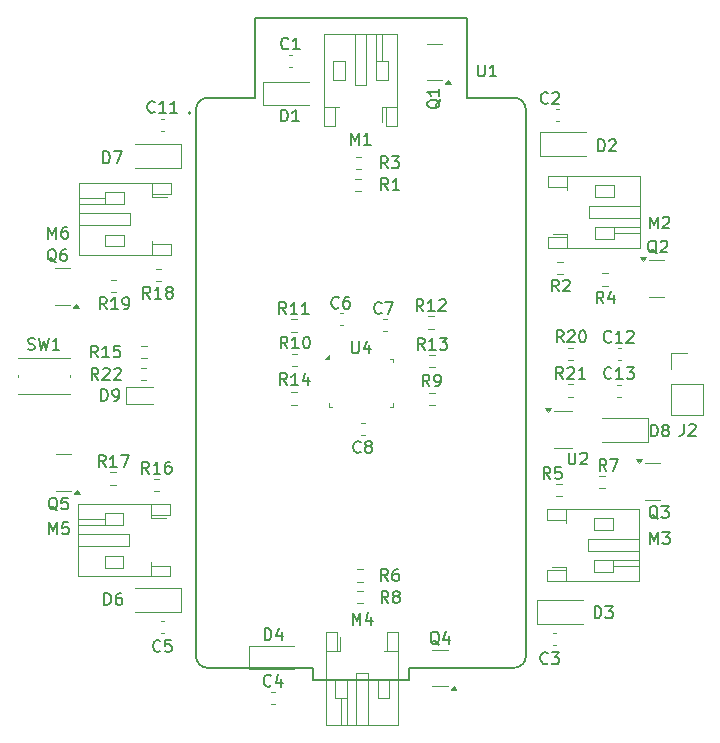
<source format=gto>
G04 #@! TF.GenerationSoftware,KiCad,Pcbnew,8.0.8-8.0.8-0~ubuntu24.04.1*
G04 #@! TF.CreationDate,2025-03-31T18:32:50+09:00*
G04 #@! TF.ProjectId,multicopter,6d756c74-6963-46f7-9074-65722e6b6963,rev?*
G04 #@! TF.SameCoordinates,Original*
G04 #@! TF.FileFunction,Legend,Top*
G04 #@! TF.FilePolarity,Positive*
%FSLAX46Y46*%
G04 Gerber Fmt 4.6, Leading zero omitted, Abs format (unit mm)*
G04 Created by KiCad (PCBNEW 8.0.8-8.0.8-0~ubuntu24.04.1) date 2025-03-31 18:32:50*
%MOMM*%
%LPD*%
G01*
G04 APERTURE LIST*
%ADD10C,0.150000*%
%ADD11C,0.120000*%
%ADD12C,0.100000*%
%ADD13C,0.127000*%
%ADD14C,0.200000*%
G04 APERTURE END LIST*
D10*
X78662142Y-86254819D02*
X78328809Y-85778628D01*
X78090714Y-86254819D02*
X78090714Y-85254819D01*
X78090714Y-85254819D02*
X78471666Y-85254819D01*
X78471666Y-85254819D02*
X78566904Y-85302438D01*
X78566904Y-85302438D02*
X78614523Y-85350057D01*
X78614523Y-85350057D02*
X78662142Y-85445295D01*
X78662142Y-85445295D02*
X78662142Y-85588152D01*
X78662142Y-85588152D02*
X78614523Y-85683390D01*
X78614523Y-85683390D02*
X78566904Y-85731009D01*
X78566904Y-85731009D02*
X78471666Y-85778628D01*
X78471666Y-85778628D02*
X78090714Y-85778628D01*
X79614523Y-86254819D02*
X79043095Y-86254819D01*
X79328809Y-86254819D02*
X79328809Y-85254819D01*
X79328809Y-85254819D02*
X79233571Y-85397676D01*
X79233571Y-85397676D02*
X79138333Y-85492914D01*
X79138333Y-85492914D02*
X79043095Y-85540533D01*
X80090714Y-86254819D02*
X80281190Y-86254819D01*
X80281190Y-86254819D02*
X80376428Y-86207200D01*
X80376428Y-86207200D02*
X80424047Y-86159580D01*
X80424047Y-86159580D02*
X80519285Y-86016723D01*
X80519285Y-86016723D02*
X80566904Y-85826247D01*
X80566904Y-85826247D02*
X80566904Y-85445295D01*
X80566904Y-85445295D02*
X80519285Y-85350057D01*
X80519285Y-85350057D02*
X80471666Y-85302438D01*
X80471666Y-85302438D02*
X80376428Y-85254819D01*
X80376428Y-85254819D02*
X80185952Y-85254819D01*
X80185952Y-85254819D02*
X80090714Y-85302438D01*
X80090714Y-85302438D02*
X80043095Y-85350057D01*
X80043095Y-85350057D02*
X79995476Y-85445295D01*
X79995476Y-85445295D02*
X79995476Y-85683390D01*
X79995476Y-85683390D02*
X80043095Y-85778628D01*
X80043095Y-85778628D02*
X80090714Y-85826247D01*
X80090714Y-85826247D02*
X80185952Y-85873866D01*
X80185952Y-85873866D02*
X80376428Y-85873866D01*
X80376428Y-85873866D02*
X80471666Y-85826247D01*
X80471666Y-85826247D02*
X80519285Y-85778628D01*
X80519285Y-85778628D02*
X80566904Y-85683390D01*
X92573333Y-118119580D02*
X92525714Y-118167200D01*
X92525714Y-118167200D02*
X92382857Y-118214819D01*
X92382857Y-118214819D02*
X92287619Y-118214819D01*
X92287619Y-118214819D02*
X92144762Y-118167200D01*
X92144762Y-118167200D02*
X92049524Y-118071961D01*
X92049524Y-118071961D02*
X92001905Y-117976723D01*
X92001905Y-117976723D02*
X91954286Y-117786247D01*
X91954286Y-117786247D02*
X91954286Y-117643390D01*
X91954286Y-117643390D02*
X92001905Y-117452914D01*
X92001905Y-117452914D02*
X92049524Y-117357676D01*
X92049524Y-117357676D02*
X92144762Y-117262438D01*
X92144762Y-117262438D02*
X92287619Y-117214819D01*
X92287619Y-117214819D02*
X92382857Y-117214819D01*
X92382857Y-117214819D02*
X92525714Y-117262438D01*
X92525714Y-117262438D02*
X92573333Y-117310057D01*
X93430476Y-117548152D02*
X93430476Y-118214819D01*
X93192381Y-117167200D02*
X92954286Y-117881485D01*
X92954286Y-117881485D02*
X93573333Y-117881485D01*
X102448333Y-74324819D02*
X102115000Y-73848628D01*
X101876905Y-74324819D02*
X101876905Y-73324819D01*
X101876905Y-73324819D02*
X102257857Y-73324819D01*
X102257857Y-73324819D02*
X102353095Y-73372438D01*
X102353095Y-73372438D02*
X102400714Y-73420057D01*
X102400714Y-73420057D02*
X102448333Y-73515295D01*
X102448333Y-73515295D02*
X102448333Y-73658152D01*
X102448333Y-73658152D02*
X102400714Y-73753390D01*
X102400714Y-73753390D02*
X102353095Y-73801009D01*
X102353095Y-73801009D02*
X102257857Y-73848628D01*
X102257857Y-73848628D02*
X101876905Y-73848628D01*
X102781667Y-73324819D02*
X103400714Y-73324819D01*
X103400714Y-73324819D02*
X103067381Y-73705771D01*
X103067381Y-73705771D02*
X103210238Y-73705771D01*
X103210238Y-73705771D02*
X103305476Y-73753390D01*
X103305476Y-73753390D02*
X103353095Y-73801009D01*
X103353095Y-73801009D02*
X103400714Y-73896247D01*
X103400714Y-73896247D02*
X103400714Y-74134342D01*
X103400714Y-74134342D02*
X103353095Y-74229580D01*
X103353095Y-74229580D02*
X103305476Y-74277200D01*
X103305476Y-74277200D02*
X103210238Y-74324819D01*
X103210238Y-74324819D02*
X102924524Y-74324819D01*
X102924524Y-74324819D02*
X102829286Y-74277200D01*
X102829286Y-74277200D02*
X102781667Y-74229580D01*
X125334761Y-104020057D02*
X125239523Y-103972438D01*
X125239523Y-103972438D02*
X125144285Y-103877200D01*
X125144285Y-103877200D02*
X125001428Y-103734342D01*
X125001428Y-103734342D02*
X124906190Y-103686723D01*
X124906190Y-103686723D02*
X124810952Y-103686723D01*
X124858571Y-103924819D02*
X124763333Y-103877200D01*
X124763333Y-103877200D02*
X124668095Y-103781961D01*
X124668095Y-103781961D02*
X124620476Y-103591485D01*
X124620476Y-103591485D02*
X124620476Y-103258152D01*
X124620476Y-103258152D02*
X124668095Y-103067676D01*
X124668095Y-103067676D02*
X124763333Y-102972438D01*
X124763333Y-102972438D02*
X124858571Y-102924819D01*
X124858571Y-102924819D02*
X125049047Y-102924819D01*
X125049047Y-102924819D02*
X125144285Y-102972438D01*
X125144285Y-102972438D02*
X125239523Y-103067676D01*
X125239523Y-103067676D02*
X125287142Y-103258152D01*
X125287142Y-103258152D02*
X125287142Y-103591485D01*
X125287142Y-103591485D02*
X125239523Y-103781961D01*
X125239523Y-103781961D02*
X125144285Y-103877200D01*
X125144285Y-103877200D02*
X125049047Y-103924819D01*
X125049047Y-103924819D02*
X124858571Y-103924819D01*
X125620476Y-102924819D02*
X126239523Y-102924819D01*
X126239523Y-102924819D02*
X125906190Y-103305771D01*
X125906190Y-103305771D02*
X126049047Y-103305771D01*
X126049047Y-103305771D02*
X126144285Y-103353390D01*
X126144285Y-103353390D02*
X126191904Y-103401009D01*
X126191904Y-103401009D02*
X126239523Y-103496247D01*
X126239523Y-103496247D02*
X126239523Y-103734342D01*
X126239523Y-103734342D02*
X126191904Y-103829580D01*
X126191904Y-103829580D02*
X126144285Y-103877200D01*
X126144285Y-103877200D02*
X126049047Y-103924819D01*
X126049047Y-103924819D02*
X125763333Y-103924819D01*
X125763333Y-103924819D02*
X125668095Y-103877200D01*
X125668095Y-103877200D02*
X125620476Y-103829580D01*
X93967142Y-89574819D02*
X93633809Y-89098628D01*
X93395714Y-89574819D02*
X93395714Y-88574819D01*
X93395714Y-88574819D02*
X93776666Y-88574819D01*
X93776666Y-88574819D02*
X93871904Y-88622438D01*
X93871904Y-88622438D02*
X93919523Y-88670057D01*
X93919523Y-88670057D02*
X93967142Y-88765295D01*
X93967142Y-88765295D02*
X93967142Y-88908152D01*
X93967142Y-88908152D02*
X93919523Y-89003390D01*
X93919523Y-89003390D02*
X93871904Y-89051009D01*
X93871904Y-89051009D02*
X93776666Y-89098628D01*
X93776666Y-89098628D02*
X93395714Y-89098628D01*
X94919523Y-89574819D02*
X94348095Y-89574819D01*
X94633809Y-89574819D02*
X94633809Y-88574819D01*
X94633809Y-88574819D02*
X94538571Y-88717676D01*
X94538571Y-88717676D02*
X94443333Y-88812914D01*
X94443333Y-88812914D02*
X94348095Y-88860533D01*
X95538571Y-88574819D02*
X95633809Y-88574819D01*
X95633809Y-88574819D02*
X95729047Y-88622438D01*
X95729047Y-88622438D02*
X95776666Y-88670057D01*
X95776666Y-88670057D02*
X95824285Y-88765295D01*
X95824285Y-88765295D02*
X95871904Y-88955771D01*
X95871904Y-88955771D02*
X95871904Y-89193866D01*
X95871904Y-89193866D02*
X95824285Y-89384342D01*
X95824285Y-89384342D02*
X95776666Y-89479580D01*
X95776666Y-89479580D02*
X95729047Y-89527200D01*
X95729047Y-89527200D02*
X95633809Y-89574819D01*
X95633809Y-89574819D02*
X95538571Y-89574819D01*
X95538571Y-89574819D02*
X95443333Y-89527200D01*
X95443333Y-89527200D02*
X95395714Y-89479580D01*
X95395714Y-89479580D02*
X95348095Y-89384342D01*
X95348095Y-89384342D02*
X95300476Y-89193866D01*
X95300476Y-89193866D02*
X95300476Y-88955771D01*
X95300476Y-88955771D02*
X95348095Y-88765295D01*
X95348095Y-88765295D02*
X95395714Y-88670057D01*
X95395714Y-88670057D02*
X95443333Y-88622438D01*
X95443333Y-88622438D02*
X95538571Y-88574819D01*
X116013333Y-68789580D02*
X115965714Y-68837200D01*
X115965714Y-68837200D02*
X115822857Y-68884819D01*
X115822857Y-68884819D02*
X115727619Y-68884819D01*
X115727619Y-68884819D02*
X115584762Y-68837200D01*
X115584762Y-68837200D02*
X115489524Y-68741961D01*
X115489524Y-68741961D02*
X115441905Y-68646723D01*
X115441905Y-68646723D02*
X115394286Y-68456247D01*
X115394286Y-68456247D02*
X115394286Y-68313390D01*
X115394286Y-68313390D02*
X115441905Y-68122914D01*
X115441905Y-68122914D02*
X115489524Y-68027676D01*
X115489524Y-68027676D02*
X115584762Y-67932438D01*
X115584762Y-67932438D02*
X115727619Y-67884819D01*
X115727619Y-67884819D02*
X115822857Y-67884819D01*
X115822857Y-67884819D02*
X115965714Y-67932438D01*
X115965714Y-67932438D02*
X116013333Y-67980057D01*
X116394286Y-67980057D02*
X116441905Y-67932438D01*
X116441905Y-67932438D02*
X116537143Y-67884819D01*
X116537143Y-67884819D02*
X116775238Y-67884819D01*
X116775238Y-67884819D02*
X116870476Y-67932438D01*
X116870476Y-67932438D02*
X116918095Y-67980057D01*
X116918095Y-67980057D02*
X116965714Y-68075295D01*
X116965714Y-68075295D02*
X116965714Y-68170533D01*
X116965714Y-68170533D02*
X116918095Y-68313390D01*
X116918095Y-68313390D02*
X116346667Y-68884819D01*
X116346667Y-68884819D02*
X116965714Y-68884819D01*
X117765595Y-98404819D02*
X117765595Y-99214342D01*
X117765595Y-99214342D02*
X117813214Y-99309580D01*
X117813214Y-99309580D02*
X117860833Y-99357200D01*
X117860833Y-99357200D02*
X117956071Y-99404819D01*
X117956071Y-99404819D02*
X118146547Y-99404819D01*
X118146547Y-99404819D02*
X118241785Y-99357200D01*
X118241785Y-99357200D02*
X118289404Y-99309580D01*
X118289404Y-99309580D02*
X118337023Y-99214342D01*
X118337023Y-99214342D02*
X118337023Y-98404819D01*
X118765595Y-98500057D02*
X118813214Y-98452438D01*
X118813214Y-98452438D02*
X118908452Y-98404819D01*
X118908452Y-98404819D02*
X119146547Y-98404819D01*
X119146547Y-98404819D02*
X119241785Y-98452438D01*
X119241785Y-98452438D02*
X119289404Y-98500057D01*
X119289404Y-98500057D02*
X119337023Y-98595295D01*
X119337023Y-98595295D02*
X119337023Y-98690533D01*
X119337023Y-98690533D02*
X119289404Y-98833390D01*
X119289404Y-98833390D02*
X118717976Y-99404819D01*
X118717976Y-99404819D02*
X119337023Y-99404819D01*
X102468333Y-109274819D02*
X102135000Y-108798628D01*
X101896905Y-109274819D02*
X101896905Y-108274819D01*
X101896905Y-108274819D02*
X102277857Y-108274819D01*
X102277857Y-108274819D02*
X102373095Y-108322438D01*
X102373095Y-108322438D02*
X102420714Y-108370057D01*
X102420714Y-108370057D02*
X102468333Y-108465295D01*
X102468333Y-108465295D02*
X102468333Y-108608152D01*
X102468333Y-108608152D02*
X102420714Y-108703390D01*
X102420714Y-108703390D02*
X102373095Y-108751009D01*
X102373095Y-108751009D02*
X102277857Y-108798628D01*
X102277857Y-108798628D02*
X101896905Y-108798628D01*
X103325476Y-108274819D02*
X103135000Y-108274819D01*
X103135000Y-108274819D02*
X103039762Y-108322438D01*
X103039762Y-108322438D02*
X102992143Y-108370057D01*
X102992143Y-108370057D02*
X102896905Y-108512914D01*
X102896905Y-108512914D02*
X102849286Y-108703390D01*
X102849286Y-108703390D02*
X102849286Y-109084342D01*
X102849286Y-109084342D02*
X102896905Y-109179580D01*
X102896905Y-109179580D02*
X102944524Y-109227200D01*
X102944524Y-109227200D02*
X103039762Y-109274819D01*
X103039762Y-109274819D02*
X103230238Y-109274819D01*
X103230238Y-109274819D02*
X103325476Y-109227200D01*
X103325476Y-109227200D02*
X103373095Y-109179580D01*
X103373095Y-109179580D02*
X103420714Y-109084342D01*
X103420714Y-109084342D02*
X103420714Y-108846247D01*
X103420714Y-108846247D02*
X103373095Y-108751009D01*
X103373095Y-108751009D02*
X103325476Y-108703390D01*
X103325476Y-108703390D02*
X103230238Y-108655771D01*
X103230238Y-108655771D02*
X103039762Y-108655771D01*
X103039762Y-108655771D02*
X102944524Y-108703390D01*
X102944524Y-108703390D02*
X102896905Y-108751009D01*
X102896905Y-108751009D02*
X102849286Y-108846247D01*
X73800476Y-105314819D02*
X73800476Y-104314819D01*
X73800476Y-104314819D02*
X74133809Y-105029104D01*
X74133809Y-105029104D02*
X74467142Y-104314819D01*
X74467142Y-104314819D02*
X74467142Y-105314819D01*
X75419523Y-104314819D02*
X74943333Y-104314819D01*
X74943333Y-104314819D02*
X74895714Y-104791009D01*
X74895714Y-104791009D02*
X74943333Y-104743390D01*
X74943333Y-104743390D02*
X75038571Y-104695771D01*
X75038571Y-104695771D02*
X75276666Y-104695771D01*
X75276666Y-104695771D02*
X75371904Y-104743390D01*
X75371904Y-104743390D02*
X75419523Y-104791009D01*
X75419523Y-104791009D02*
X75467142Y-104886247D01*
X75467142Y-104886247D02*
X75467142Y-105124342D01*
X75467142Y-105124342D02*
X75419523Y-105219580D01*
X75419523Y-105219580D02*
X75371904Y-105267200D01*
X75371904Y-105267200D02*
X75276666Y-105314819D01*
X75276666Y-105314819D02*
X75038571Y-105314819D01*
X75038571Y-105314819D02*
X74943333Y-105267200D01*
X74943333Y-105267200D02*
X74895714Y-105219580D01*
X73730476Y-80274819D02*
X73730476Y-79274819D01*
X73730476Y-79274819D02*
X74063809Y-79989104D01*
X74063809Y-79989104D02*
X74397142Y-79274819D01*
X74397142Y-79274819D02*
X74397142Y-80274819D01*
X75301904Y-79274819D02*
X75111428Y-79274819D01*
X75111428Y-79274819D02*
X75016190Y-79322438D01*
X75016190Y-79322438D02*
X74968571Y-79370057D01*
X74968571Y-79370057D02*
X74873333Y-79512914D01*
X74873333Y-79512914D02*
X74825714Y-79703390D01*
X74825714Y-79703390D02*
X74825714Y-80084342D01*
X74825714Y-80084342D02*
X74873333Y-80179580D01*
X74873333Y-80179580D02*
X74920952Y-80227200D01*
X74920952Y-80227200D02*
X75016190Y-80274819D01*
X75016190Y-80274819D02*
X75206666Y-80274819D01*
X75206666Y-80274819D02*
X75301904Y-80227200D01*
X75301904Y-80227200D02*
X75349523Y-80179580D01*
X75349523Y-80179580D02*
X75397142Y-80084342D01*
X75397142Y-80084342D02*
X75397142Y-79846247D01*
X75397142Y-79846247D02*
X75349523Y-79751009D01*
X75349523Y-79751009D02*
X75301904Y-79703390D01*
X75301904Y-79703390D02*
X75206666Y-79655771D01*
X75206666Y-79655771D02*
X75016190Y-79655771D01*
X75016190Y-79655771D02*
X74920952Y-79703390D01*
X74920952Y-79703390D02*
X74873333Y-79751009D01*
X74873333Y-79751009D02*
X74825714Y-79846247D01*
X124670476Y-106144819D02*
X124670476Y-105144819D01*
X124670476Y-105144819D02*
X125003809Y-105859104D01*
X125003809Y-105859104D02*
X125337142Y-105144819D01*
X125337142Y-105144819D02*
X125337142Y-106144819D01*
X125718095Y-105144819D02*
X126337142Y-105144819D01*
X126337142Y-105144819D02*
X126003809Y-105525771D01*
X126003809Y-105525771D02*
X126146666Y-105525771D01*
X126146666Y-105525771D02*
X126241904Y-105573390D01*
X126241904Y-105573390D02*
X126289523Y-105621009D01*
X126289523Y-105621009D02*
X126337142Y-105716247D01*
X126337142Y-105716247D02*
X126337142Y-105954342D01*
X126337142Y-105954342D02*
X126289523Y-106049580D01*
X126289523Y-106049580D02*
X126241904Y-106097200D01*
X126241904Y-106097200D02*
X126146666Y-106144819D01*
X126146666Y-106144819D02*
X125860952Y-106144819D01*
X125860952Y-106144819D02*
X125765714Y-106097200D01*
X125765714Y-106097200D02*
X125718095Y-106049580D01*
X74394761Y-82280057D02*
X74299523Y-82232438D01*
X74299523Y-82232438D02*
X74204285Y-82137200D01*
X74204285Y-82137200D02*
X74061428Y-81994342D01*
X74061428Y-81994342D02*
X73966190Y-81946723D01*
X73966190Y-81946723D02*
X73870952Y-81946723D01*
X73918571Y-82184819D02*
X73823333Y-82137200D01*
X73823333Y-82137200D02*
X73728095Y-82041961D01*
X73728095Y-82041961D02*
X73680476Y-81851485D01*
X73680476Y-81851485D02*
X73680476Y-81518152D01*
X73680476Y-81518152D02*
X73728095Y-81327676D01*
X73728095Y-81327676D02*
X73823333Y-81232438D01*
X73823333Y-81232438D02*
X73918571Y-81184819D01*
X73918571Y-81184819D02*
X74109047Y-81184819D01*
X74109047Y-81184819D02*
X74204285Y-81232438D01*
X74204285Y-81232438D02*
X74299523Y-81327676D01*
X74299523Y-81327676D02*
X74347142Y-81518152D01*
X74347142Y-81518152D02*
X74347142Y-81851485D01*
X74347142Y-81851485D02*
X74299523Y-82041961D01*
X74299523Y-82041961D02*
X74204285Y-82137200D01*
X74204285Y-82137200D02*
X74109047Y-82184819D01*
X74109047Y-82184819D02*
X73918571Y-82184819D01*
X75204285Y-81184819D02*
X75013809Y-81184819D01*
X75013809Y-81184819D02*
X74918571Y-81232438D01*
X74918571Y-81232438D02*
X74870952Y-81280057D01*
X74870952Y-81280057D02*
X74775714Y-81422914D01*
X74775714Y-81422914D02*
X74728095Y-81613390D01*
X74728095Y-81613390D02*
X74728095Y-81994342D01*
X74728095Y-81994342D02*
X74775714Y-82089580D01*
X74775714Y-82089580D02*
X74823333Y-82137200D01*
X74823333Y-82137200D02*
X74918571Y-82184819D01*
X74918571Y-82184819D02*
X75109047Y-82184819D01*
X75109047Y-82184819D02*
X75204285Y-82137200D01*
X75204285Y-82137200D02*
X75251904Y-82089580D01*
X75251904Y-82089580D02*
X75299523Y-81994342D01*
X75299523Y-81994342D02*
X75299523Y-81756247D01*
X75299523Y-81756247D02*
X75251904Y-81661009D01*
X75251904Y-81661009D02*
X75204285Y-81613390D01*
X75204285Y-81613390D02*
X75109047Y-81565771D01*
X75109047Y-81565771D02*
X74918571Y-81565771D01*
X74918571Y-81565771D02*
X74823333Y-81613390D01*
X74823333Y-81613390D02*
X74775714Y-81661009D01*
X74775714Y-81661009D02*
X74728095Y-81756247D01*
X115998333Y-116219580D02*
X115950714Y-116267200D01*
X115950714Y-116267200D02*
X115807857Y-116314819D01*
X115807857Y-116314819D02*
X115712619Y-116314819D01*
X115712619Y-116314819D02*
X115569762Y-116267200D01*
X115569762Y-116267200D02*
X115474524Y-116171961D01*
X115474524Y-116171961D02*
X115426905Y-116076723D01*
X115426905Y-116076723D02*
X115379286Y-115886247D01*
X115379286Y-115886247D02*
X115379286Y-115743390D01*
X115379286Y-115743390D02*
X115426905Y-115552914D01*
X115426905Y-115552914D02*
X115474524Y-115457676D01*
X115474524Y-115457676D02*
X115569762Y-115362438D01*
X115569762Y-115362438D02*
X115712619Y-115314819D01*
X115712619Y-115314819D02*
X115807857Y-115314819D01*
X115807857Y-115314819D02*
X115950714Y-115362438D01*
X115950714Y-115362438D02*
X115998333Y-115410057D01*
X116331667Y-115314819D02*
X116950714Y-115314819D01*
X116950714Y-115314819D02*
X116617381Y-115695771D01*
X116617381Y-115695771D02*
X116760238Y-115695771D01*
X116760238Y-115695771D02*
X116855476Y-115743390D01*
X116855476Y-115743390D02*
X116903095Y-115791009D01*
X116903095Y-115791009D02*
X116950714Y-115886247D01*
X116950714Y-115886247D02*
X116950714Y-116124342D01*
X116950714Y-116124342D02*
X116903095Y-116219580D01*
X116903095Y-116219580D02*
X116855476Y-116267200D01*
X116855476Y-116267200D02*
X116760238Y-116314819D01*
X116760238Y-116314819D02*
X116474524Y-116314819D01*
X116474524Y-116314819D02*
X116379286Y-116267200D01*
X116379286Y-116267200D02*
X116331667Y-116219580D01*
X78567142Y-99624819D02*
X78233809Y-99148628D01*
X77995714Y-99624819D02*
X77995714Y-98624819D01*
X77995714Y-98624819D02*
X78376666Y-98624819D01*
X78376666Y-98624819D02*
X78471904Y-98672438D01*
X78471904Y-98672438D02*
X78519523Y-98720057D01*
X78519523Y-98720057D02*
X78567142Y-98815295D01*
X78567142Y-98815295D02*
X78567142Y-98958152D01*
X78567142Y-98958152D02*
X78519523Y-99053390D01*
X78519523Y-99053390D02*
X78471904Y-99101009D01*
X78471904Y-99101009D02*
X78376666Y-99148628D01*
X78376666Y-99148628D02*
X77995714Y-99148628D01*
X79519523Y-99624819D02*
X78948095Y-99624819D01*
X79233809Y-99624819D02*
X79233809Y-98624819D01*
X79233809Y-98624819D02*
X79138571Y-98767676D01*
X79138571Y-98767676D02*
X79043333Y-98862914D01*
X79043333Y-98862914D02*
X78948095Y-98910533D01*
X79852857Y-98624819D02*
X80519523Y-98624819D01*
X80519523Y-98624819D02*
X80090952Y-99624819D01*
X116223333Y-100634819D02*
X115890000Y-100158628D01*
X115651905Y-100634819D02*
X115651905Y-99634819D01*
X115651905Y-99634819D02*
X116032857Y-99634819D01*
X116032857Y-99634819D02*
X116128095Y-99682438D01*
X116128095Y-99682438D02*
X116175714Y-99730057D01*
X116175714Y-99730057D02*
X116223333Y-99825295D01*
X116223333Y-99825295D02*
X116223333Y-99968152D01*
X116223333Y-99968152D02*
X116175714Y-100063390D01*
X116175714Y-100063390D02*
X116128095Y-100111009D01*
X116128095Y-100111009D02*
X116032857Y-100158628D01*
X116032857Y-100158628D02*
X115651905Y-100158628D01*
X117128095Y-99634819D02*
X116651905Y-99634819D01*
X116651905Y-99634819D02*
X116604286Y-100111009D01*
X116604286Y-100111009D02*
X116651905Y-100063390D01*
X116651905Y-100063390D02*
X116747143Y-100015771D01*
X116747143Y-100015771D02*
X116985238Y-100015771D01*
X116985238Y-100015771D02*
X117080476Y-100063390D01*
X117080476Y-100063390D02*
X117128095Y-100111009D01*
X117128095Y-100111009D02*
X117175714Y-100206247D01*
X117175714Y-100206247D02*
X117175714Y-100444342D01*
X117175714Y-100444342D02*
X117128095Y-100539580D01*
X117128095Y-100539580D02*
X117080476Y-100587200D01*
X117080476Y-100587200D02*
X116985238Y-100634819D01*
X116985238Y-100634819D02*
X116747143Y-100634819D01*
X116747143Y-100634819D02*
X116651905Y-100587200D01*
X116651905Y-100587200D02*
X116604286Y-100539580D01*
X83203333Y-115169580D02*
X83155714Y-115217200D01*
X83155714Y-115217200D02*
X83012857Y-115264819D01*
X83012857Y-115264819D02*
X82917619Y-115264819D01*
X82917619Y-115264819D02*
X82774762Y-115217200D01*
X82774762Y-115217200D02*
X82679524Y-115121961D01*
X82679524Y-115121961D02*
X82631905Y-115026723D01*
X82631905Y-115026723D02*
X82584286Y-114836247D01*
X82584286Y-114836247D02*
X82584286Y-114693390D01*
X82584286Y-114693390D02*
X82631905Y-114502914D01*
X82631905Y-114502914D02*
X82679524Y-114407676D01*
X82679524Y-114407676D02*
X82774762Y-114312438D01*
X82774762Y-114312438D02*
X82917619Y-114264819D01*
X82917619Y-114264819D02*
X83012857Y-114264819D01*
X83012857Y-114264819D02*
X83155714Y-114312438D01*
X83155714Y-114312438D02*
X83203333Y-114360057D01*
X84108095Y-114264819D02*
X83631905Y-114264819D01*
X83631905Y-114264819D02*
X83584286Y-114741009D01*
X83584286Y-114741009D02*
X83631905Y-114693390D01*
X83631905Y-114693390D02*
X83727143Y-114645771D01*
X83727143Y-114645771D02*
X83965238Y-114645771D01*
X83965238Y-114645771D02*
X84060476Y-114693390D01*
X84060476Y-114693390D02*
X84108095Y-114741009D01*
X84108095Y-114741009D02*
X84155714Y-114836247D01*
X84155714Y-114836247D02*
X84155714Y-115074342D01*
X84155714Y-115074342D02*
X84108095Y-115169580D01*
X84108095Y-115169580D02*
X84060476Y-115217200D01*
X84060476Y-115217200D02*
X83965238Y-115264819D01*
X83965238Y-115264819D02*
X83727143Y-115264819D01*
X83727143Y-115264819D02*
X83631905Y-115217200D01*
X83631905Y-115217200D02*
X83584286Y-115169580D01*
X120261905Y-72884819D02*
X120261905Y-71884819D01*
X120261905Y-71884819D02*
X120500000Y-71884819D01*
X120500000Y-71884819D02*
X120642857Y-71932438D01*
X120642857Y-71932438D02*
X120738095Y-72027676D01*
X120738095Y-72027676D02*
X120785714Y-72122914D01*
X120785714Y-72122914D02*
X120833333Y-72313390D01*
X120833333Y-72313390D02*
X120833333Y-72456247D01*
X120833333Y-72456247D02*
X120785714Y-72646723D01*
X120785714Y-72646723D02*
X120738095Y-72741961D01*
X120738095Y-72741961D02*
X120642857Y-72837200D01*
X120642857Y-72837200D02*
X120500000Y-72884819D01*
X120500000Y-72884819D02*
X120261905Y-72884819D01*
X121214286Y-71980057D02*
X121261905Y-71932438D01*
X121261905Y-71932438D02*
X121357143Y-71884819D01*
X121357143Y-71884819D02*
X121595238Y-71884819D01*
X121595238Y-71884819D02*
X121690476Y-71932438D01*
X121690476Y-71932438D02*
X121738095Y-71980057D01*
X121738095Y-71980057D02*
X121785714Y-72075295D01*
X121785714Y-72075295D02*
X121785714Y-72170533D01*
X121785714Y-72170533D02*
X121738095Y-72313390D01*
X121738095Y-72313390D02*
X121166667Y-72884819D01*
X121166667Y-72884819D02*
X121785714Y-72884819D01*
X120973333Y-99944819D02*
X120640000Y-99468628D01*
X120401905Y-99944819D02*
X120401905Y-98944819D01*
X120401905Y-98944819D02*
X120782857Y-98944819D01*
X120782857Y-98944819D02*
X120878095Y-98992438D01*
X120878095Y-98992438D02*
X120925714Y-99040057D01*
X120925714Y-99040057D02*
X120973333Y-99135295D01*
X120973333Y-99135295D02*
X120973333Y-99278152D01*
X120973333Y-99278152D02*
X120925714Y-99373390D01*
X120925714Y-99373390D02*
X120878095Y-99421009D01*
X120878095Y-99421009D02*
X120782857Y-99468628D01*
X120782857Y-99468628D02*
X120401905Y-99468628D01*
X121306667Y-98944819D02*
X121973333Y-98944819D01*
X121973333Y-98944819D02*
X121544762Y-99944819D01*
X77957142Y-92244819D02*
X77623809Y-91768628D01*
X77385714Y-92244819D02*
X77385714Y-91244819D01*
X77385714Y-91244819D02*
X77766666Y-91244819D01*
X77766666Y-91244819D02*
X77861904Y-91292438D01*
X77861904Y-91292438D02*
X77909523Y-91340057D01*
X77909523Y-91340057D02*
X77957142Y-91435295D01*
X77957142Y-91435295D02*
X77957142Y-91578152D01*
X77957142Y-91578152D02*
X77909523Y-91673390D01*
X77909523Y-91673390D02*
X77861904Y-91721009D01*
X77861904Y-91721009D02*
X77766666Y-91768628D01*
X77766666Y-91768628D02*
X77385714Y-91768628D01*
X78338095Y-91340057D02*
X78385714Y-91292438D01*
X78385714Y-91292438D02*
X78480952Y-91244819D01*
X78480952Y-91244819D02*
X78719047Y-91244819D01*
X78719047Y-91244819D02*
X78814285Y-91292438D01*
X78814285Y-91292438D02*
X78861904Y-91340057D01*
X78861904Y-91340057D02*
X78909523Y-91435295D01*
X78909523Y-91435295D02*
X78909523Y-91530533D01*
X78909523Y-91530533D02*
X78861904Y-91673390D01*
X78861904Y-91673390D02*
X78290476Y-92244819D01*
X78290476Y-92244819D02*
X78909523Y-92244819D01*
X79290476Y-91340057D02*
X79338095Y-91292438D01*
X79338095Y-91292438D02*
X79433333Y-91244819D01*
X79433333Y-91244819D02*
X79671428Y-91244819D01*
X79671428Y-91244819D02*
X79766666Y-91292438D01*
X79766666Y-91292438D02*
X79814285Y-91340057D01*
X79814285Y-91340057D02*
X79861904Y-91435295D01*
X79861904Y-91435295D02*
X79861904Y-91530533D01*
X79861904Y-91530533D02*
X79814285Y-91673390D01*
X79814285Y-91673390D02*
X79242857Y-92244819D01*
X79242857Y-92244819D02*
X79861904Y-92244819D01*
X116923333Y-84754819D02*
X116590000Y-84278628D01*
X116351905Y-84754819D02*
X116351905Y-83754819D01*
X116351905Y-83754819D02*
X116732857Y-83754819D01*
X116732857Y-83754819D02*
X116828095Y-83802438D01*
X116828095Y-83802438D02*
X116875714Y-83850057D01*
X116875714Y-83850057D02*
X116923333Y-83945295D01*
X116923333Y-83945295D02*
X116923333Y-84088152D01*
X116923333Y-84088152D02*
X116875714Y-84183390D01*
X116875714Y-84183390D02*
X116828095Y-84231009D01*
X116828095Y-84231009D02*
X116732857Y-84278628D01*
X116732857Y-84278628D02*
X116351905Y-84278628D01*
X117304286Y-83850057D02*
X117351905Y-83802438D01*
X117351905Y-83802438D02*
X117447143Y-83754819D01*
X117447143Y-83754819D02*
X117685238Y-83754819D01*
X117685238Y-83754819D02*
X117780476Y-83802438D01*
X117780476Y-83802438D02*
X117828095Y-83850057D01*
X117828095Y-83850057D02*
X117875714Y-83945295D01*
X117875714Y-83945295D02*
X117875714Y-84040533D01*
X117875714Y-84040533D02*
X117828095Y-84183390D01*
X117828095Y-84183390D02*
X117256667Y-84754819D01*
X117256667Y-84754819D02*
X117875714Y-84754819D01*
X78189405Y-94034819D02*
X78189405Y-93034819D01*
X78189405Y-93034819D02*
X78427500Y-93034819D01*
X78427500Y-93034819D02*
X78570357Y-93082438D01*
X78570357Y-93082438D02*
X78665595Y-93177676D01*
X78665595Y-93177676D02*
X78713214Y-93272914D01*
X78713214Y-93272914D02*
X78760833Y-93463390D01*
X78760833Y-93463390D02*
X78760833Y-93606247D01*
X78760833Y-93606247D02*
X78713214Y-93796723D01*
X78713214Y-93796723D02*
X78665595Y-93891961D01*
X78665595Y-93891961D02*
X78570357Y-93987200D01*
X78570357Y-93987200D02*
X78427500Y-94034819D01*
X78427500Y-94034819D02*
X78189405Y-94034819D01*
X79237024Y-94034819D02*
X79427500Y-94034819D01*
X79427500Y-94034819D02*
X79522738Y-93987200D01*
X79522738Y-93987200D02*
X79570357Y-93939580D01*
X79570357Y-93939580D02*
X79665595Y-93796723D01*
X79665595Y-93796723D02*
X79713214Y-93606247D01*
X79713214Y-93606247D02*
X79713214Y-93225295D01*
X79713214Y-93225295D02*
X79665595Y-93130057D01*
X79665595Y-93130057D02*
X79617976Y-93082438D01*
X79617976Y-93082438D02*
X79522738Y-93034819D01*
X79522738Y-93034819D02*
X79332262Y-93034819D01*
X79332262Y-93034819D02*
X79237024Y-93082438D01*
X79237024Y-93082438D02*
X79189405Y-93130057D01*
X79189405Y-93130057D02*
X79141786Y-93225295D01*
X79141786Y-93225295D02*
X79141786Y-93463390D01*
X79141786Y-93463390D02*
X79189405Y-93558628D01*
X79189405Y-93558628D02*
X79237024Y-93606247D01*
X79237024Y-93606247D02*
X79332262Y-93653866D01*
X79332262Y-93653866D02*
X79522738Y-93653866D01*
X79522738Y-93653866D02*
X79617976Y-93606247D01*
X79617976Y-93606247D02*
X79665595Y-93558628D01*
X79665595Y-93558628D02*
X79713214Y-93463390D01*
X120718333Y-85764819D02*
X120385000Y-85288628D01*
X120146905Y-85764819D02*
X120146905Y-84764819D01*
X120146905Y-84764819D02*
X120527857Y-84764819D01*
X120527857Y-84764819D02*
X120623095Y-84812438D01*
X120623095Y-84812438D02*
X120670714Y-84860057D01*
X120670714Y-84860057D02*
X120718333Y-84955295D01*
X120718333Y-84955295D02*
X120718333Y-85098152D01*
X120718333Y-85098152D02*
X120670714Y-85193390D01*
X120670714Y-85193390D02*
X120623095Y-85241009D01*
X120623095Y-85241009D02*
X120527857Y-85288628D01*
X120527857Y-85288628D02*
X120146905Y-85288628D01*
X121575476Y-85098152D02*
X121575476Y-85764819D01*
X121337381Y-84717200D02*
X121099286Y-85431485D01*
X121099286Y-85431485D02*
X121718333Y-85431485D01*
X124741905Y-97024819D02*
X124741905Y-96024819D01*
X124741905Y-96024819D02*
X124980000Y-96024819D01*
X124980000Y-96024819D02*
X125122857Y-96072438D01*
X125122857Y-96072438D02*
X125218095Y-96167676D01*
X125218095Y-96167676D02*
X125265714Y-96262914D01*
X125265714Y-96262914D02*
X125313333Y-96453390D01*
X125313333Y-96453390D02*
X125313333Y-96596247D01*
X125313333Y-96596247D02*
X125265714Y-96786723D01*
X125265714Y-96786723D02*
X125218095Y-96881961D01*
X125218095Y-96881961D02*
X125122857Y-96977200D01*
X125122857Y-96977200D02*
X124980000Y-97024819D01*
X124980000Y-97024819D02*
X124741905Y-97024819D01*
X125884762Y-96453390D02*
X125789524Y-96405771D01*
X125789524Y-96405771D02*
X125741905Y-96358152D01*
X125741905Y-96358152D02*
X125694286Y-96262914D01*
X125694286Y-96262914D02*
X125694286Y-96215295D01*
X125694286Y-96215295D02*
X125741905Y-96120057D01*
X125741905Y-96120057D02*
X125789524Y-96072438D01*
X125789524Y-96072438D02*
X125884762Y-96024819D01*
X125884762Y-96024819D02*
X126075238Y-96024819D01*
X126075238Y-96024819D02*
X126170476Y-96072438D01*
X126170476Y-96072438D02*
X126218095Y-96120057D01*
X126218095Y-96120057D02*
X126265714Y-96215295D01*
X126265714Y-96215295D02*
X126265714Y-96262914D01*
X126265714Y-96262914D02*
X126218095Y-96358152D01*
X126218095Y-96358152D02*
X126170476Y-96405771D01*
X126170476Y-96405771D02*
X126075238Y-96453390D01*
X126075238Y-96453390D02*
X125884762Y-96453390D01*
X125884762Y-96453390D02*
X125789524Y-96501009D01*
X125789524Y-96501009D02*
X125741905Y-96548628D01*
X125741905Y-96548628D02*
X125694286Y-96643866D01*
X125694286Y-96643866D02*
X125694286Y-96834342D01*
X125694286Y-96834342D02*
X125741905Y-96929580D01*
X125741905Y-96929580D02*
X125789524Y-96977200D01*
X125789524Y-96977200D02*
X125884762Y-97024819D01*
X125884762Y-97024819D02*
X126075238Y-97024819D01*
X126075238Y-97024819D02*
X126170476Y-96977200D01*
X126170476Y-96977200D02*
X126218095Y-96929580D01*
X126218095Y-96929580D02*
X126265714Y-96834342D01*
X126265714Y-96834342D02*
X126265714Y-96643866D01*
X126265714Y-96643866D02*
X126218095Y-96548628D01*
X126218095Y-96548628D02*
X126170476Y-96501009D01*
X126170476Y-96501009D02*
X126075238Y-96453390D01*
X77917142Y-90344819D02*
X77583809Y-89868628D01*
X77345714Y-90344819D02*
X77345714Y-89344819D01*
X77345714Y-89344819D02*
X77726666Y-89344819D01*
X77726666Y-89344819D02*
X77821904Y-89392438D01*
X77821904Y-89392438D02*
X77869523Y-89440057D01*
X77869523Y-89440057D02*
X77917142Y-89535295D01*
X77917142Y-89535295D02*
X77917142Y-89678152D01*
X77917142Y-89678152D02*
X77869523Y-89773390D01*
X77869523Y-89773390D02*
X77821904Y-89821009D01*
X77821904Y-89821009D02*
X77726666Y-89868628D01*
X77726666Y-89868628D02*
X77345714Y-89868628D01*
X78869523Y-90344819D02*
X78298095Y-90344819D01*
X78583809Y-90344819D02*
X78583809Y-89344819D01*
X78583809Y-89344819D02*
X78488571Y-89487676D01*
X78488571Y-89487676D02*
X78393333Y-89582914D01*
X78393333Y-89582914D02*
X78298095Y-89630533D01*
X79774285Y-89344819D02*
X79298095Y-89344819D01*
X79298095Y-89344819D02*
X79250476Y-89821009D01*
X79250476Y-89821009D02*
X79298095Y-89773390D01*
X79298095Y-89773390D02*
X79393333Y-89725771D01*
X79393333Y-89725771D02*
X79631428Y-89725771D01*
X79631428Y-89725771D02*
X79726666Y-89773390D01*
X79726666Y-89773390D02*
X79774285Y-89821009D01*
X79774285Y-89821009D02*
X79821904Y-89916247D01*
X79821904Y-89916247D02*
X79821904Y-90154342D01*
X79821904Y-90154342D02*
X79774285Y-90249580D01*
X79774285Y-90249580D02*
X79726666Y-90297200D01*
X79726666Y-90297200D02*
X79631428Y-90344819D01*
X79631428Y-90344819D02*
X79393333Y-90344819D01*
X79393333Y-90344819D02*
X79298095Y-90297200D01*
X79298095Y-90297200D02*
X79250476Y-90249580D01*
X102488333Y-76174819D02*
X102155000Y-75698628D01*
X101916905Y-76174819D02*
X101916905Y-75174819D01*
X101916905Y-75174819D02*
X102297857Y-75174819D01*
X102297857Y-75174819D02*
X102393095Y-75222438D01*
X102393095Y-75222438D02*
X102440714Y-75270057D01*
X102440714Y-75270057D02*
X102488333Y-75365295D01*
X102488333Y-75365295D02*
X102488333Y-75508152D01*
X102488333Y-75508152D02*
X102440714Y-75603390D01*
X102440714Y-75603390D02*
X102393095Y-75651009D01*
X102393095Y-75651009D02*
X102297857Y-75698628D01*
X102297857Y-75698628D02*
X101916905Y-75698628D01*
X103440714Y-76174819D02*
X102869286Y-76174819D01*
X103155000Y-76174819D02*
X103155000Y-75174819D01*
X103155000Y-75174819D02*
X103059762Y-75317676D01*
X103059762Y-75317676D02*
X102964524Y-75412914D01*
X102964524Y-75412914D02*
X102869286Y-75460533D01*
X117337142Y-89054819D02*
X117003809Y-88578628D01*
X116765714Y-89054819D02*
X116765714Y-88054819D01*
X116765714Y-88054819D02*
X117146666Y-88054819D01*
X117146666Y-88054819D02*
X117241904Y-88102438D01*
X117241904Y-88102438D02*
X117289523Y-88150057D01*
X117289523Y-88150057D02*
X117337142Y-88245295D01*
X117337142Y-88245295D02*
X117337142Y-88388152D01*
X117337142Y-88388152D02*
X117289523Y-88483390D01*
X117289523Y-88483390D02*
X117241904Y-88531009D01*
X117241904Y-88531009D02*
X117146666Y-88578628D01*
X117146666Y-88578628D02*
X116765714Y-88578628D01*
X117718095Y-88150057D02*
X117765714Y-88102438D01*
X117765714Y-88102438D02*
X117860952Y-88054819D01*
X117860952Y-88054819D02*
X118099047Y-88054819D01*
X118099047Y-88054819D02*
X118194285Y-88102438D01*
X118194285Y-88102438D02*
X118241904Y-88150057D01*
X118241904Y-88150057D02*
X118289523Y-88245295D01*
X118289523Y-88245295D02*
X118289523Y-88340533D01*
X118289523Y-88340533D02*
X118241904Y-88483390D01*
X118241904Y-88483390D02*
X117670476Y-89054819D01*
X117670476Y-89054819D02*
X118289523Y-89054819D01*
X118908571Y-88054819D02*
X119003809Y-88054819D01*
X119003809Y-88054819D02*
X119099047Y-88102438D01*
X119099047Y-88102438D02*
X119146666Y-88150057D01*
X119146666Y-88150057D02*
X119194285Y-88245295D01*
X119194285Y-88245295D02*
X119241904Y-88435771D01*
X119241904Y-88435771D02*
X119241904Y-88673866D01*
X119241904Y-88673866D02*
X119194285Y-88864342D01*
X119194285Y-88864342D02*
X119146666Y-88959580D01*
X119146666Y-88959580D02*
X119099047Y-89007200D01*
X119099047Y-89007200D02*
X119003809Y-89054819D01*
X119003809Y-89054819D02*
X118908571Y-89054819D01*
X118908571Y-89054819D02*
X118813333Y-89007200D01*
X118813333Y-89007200D02*
X118765714Y-88959580D01*
X118765714Y-88959580D02*
X118718095Y-88864342D01*
X118718095Y-88864342D02*
X118670476Y-88673866D01*
X118670476Y-88673866D02*
X118670476Y-88435771D01*
X118670476Y-88435771D02*
X118718095Y-88245295D01*
X118718095Y-88245295D02*
X118765714Y-88150057D01*
X118765714Y-88150057D02*
X118813333Y-88102438D01*
X118813333Y-88102438D02*
X118908571Y-88054819D01*
X124640476Y-79424819D02*
X124640476Y-78424819D01*
X124640476Y-78424819D02*
X124973809Y-79139104D01*
X124973809Y-79139104D02*
X125307142Y-78424819D01*
X125307142Y-78424819D02*
X125307142Y-79424819D01*
X125735714Y-78520057D02*
X125783333Y-78472438D01*
X125783333Y-78472438D02*
X125878571Y-78424819D01*
X125878571Y-78424819D02*
X126116666Y-78424819D01*
X126116666Y-78424819D02*
X126211904Y-78472438D01*
X126211904Y-78472438D02*
X126259523Y-78520057D01*
X126259523Y-78520057D02*
X126307142Y-78615295D01*
X126307142Y-78615295D02*
X126307142Y-78710533D01*
X126307142Y-78710533D02*
X126259523Y-78853390D01*
X126259523Y-78853390D02*
X125688095Y-79424819D01*
X125688095Y-79424819D02*
X126307142Y-79424819D01*
X99340476Y-72324819D02*
X99340476Y-71324819D01*
X99340476Y-71324819D02*
X99673809Y-72039104D01*
X99673809Y-72039104D02*
X100007142Y-71324819D01*
X100007142Y-71324819D02*
X100007142Y-72324819D01*
X101007142Y-72324819D02*
X100435714Y-72324819D01*
X100721428Y-72324819D02*
X100721428Y-71324819D01*
X100721428Y-71324819D02*
X100626190Y-71467676D01*
X100626190Y-71467676D02*
X100530952Y-71562914D01*
X100530952Y-71562914D02*
X100435714Y-71610533D01*
X74494761Y-103300057D02*
X74399523Y-103252438D01*
X74399523Y-103252438D02*
X74304285Y-103157200D01*
X74304285Y-103157200D02*
X74161428Y-103014342D01*
X74161428Y-103014342D02*
X74066190Y-102966723D01*
X74066190Y-102966723D02*
X73970952Y-102966723D01*
X74018571Y-103204819D02*
X73923333Y-103157200D01*
X73923333Y-103157200D02*
X73828095Y-103061961D01*
X73828095Y-103061961D02*
X73780476Y-102871485D01*
X73780476Y-102871485D02*
X73780476Y-102538152D01*
X73780476Y-102538152D02*
X73828095Y-102347676D01*
X73828095Y-102347676D02*
X73923333Y-102252438D01*
X73923333Y-102252438D02*
X74018571Y-102204819D01*
X74018571Y-102204819D02*
X74209047Y-102204819D01*
X74209047Y-102204819D02*
X74304285Y-102252438D01*
X74304285Y-102252438D02*
X74399523Y-102347676D01*
X74399523Y-102347676D02*
X74447142Y-102538152D01*
X74447142Y-102538152D02*
X74447142Y-102871485D01*
X74447142Y-102871485D02*
X74399523Y-103061961D01*
X74399523Y-103061961D02*
X74304285Y-103157200D01*
X74304285Y-103157200D02*
X74209047Y-103204819D01*
X74209047Y-103204819D02*
X74018571Y-103204819D01*
X75351904Y-102204819D02*
X74875714Y-102204819D01*
X74875714Y-102204819D02*
X74828095Y-102681009D01*
X74828095Y-102681009D02*
X74875714Y-102633390D01*
X74875714Y-102633390D02*
X74970952Y-102585771D01*
X74970952Y-102585771D02*
X75209047Y-102585771D01*
X75209047Y-102585771D02*
X75304285Y-102633390D01*
X75304285Y-102633390D02*
X75351904Y-102681009D01*
X75351904Y-102681009D02*
X75399523Y-102776247D01*
X75399523Y-102776247D02*
X75399523Y-103014342D01*
X75399523Y-103014342D02*
X75351904Y-103109580D01*
X75351904Y-103109580D02*
X75304285Y-103157200D01*
X75304285Y-103157200D02*
X75209047Y-103204819D01*
X75209047Y-103204819D02*
X74970952Y-103204819D01*
X74970952Y-103204819D02*
X74875714Y-103157200D01*
X74875714Y-103157200D02*
X74828095Y-103109580D01*
X82247142Y-100174819D02*
X81913809Y-99698628D01*
X81675714Y-100174819D02*
X81675714Y-99174819D01*
X81675714Y-99174819D02*
X82056666Y-99174819D01*
X82056666Y-99174819D02*
X82151904Y-99222438D01*
X82151904Y-99222438D02*
X82199523Y-99270057D01*
X82199523Y-99270057D02*
X82247142Y-99365295D01*
X82247142Y-99365295D02*
X82247142Y-99508152D01*
X82247142Y-99508152D02*
X82199523Y-99603390D01*
X82199523Y-99603390D02*
X82151904Y-99651009D01*
X82151904Y-99651009D02*
X82056666Y-99698628D01*
X82056666Y-99698628D02*
X81675714Y-99698628D01*
X83199523Y-100174819D02*
X82628095Y-100174819D01*
X82913809Y-100174819D02*
X82913809Y-99174819D01*
X82913809Y-99174819D02*
X82818571Y-99317676D01*
X82818571Y-99317676D02*
X82723333Y-99412914D01*
X82723333Y-99412914D02*
X82628095Y-99460533D01*
X84056666Y-99174819D02*
X83866190Y-99174819D01*
X83866190Y-99174819D02*
X83770952Y-99222438D01*
X83770952Y-99222438D02*
X83723333Y-99270057D01*
X83723333Y-99270057D02*
X83628095Y-99412914D01*
X83628095Y-99412914D02*
X83580476Y-99603390D01*
X83580476Y-99603390D02*
X83580476Y-99984342D01*
X83580476Y-99984342D02*
X83628095Y-100079580D01*
X83628095Y-100079580D02*
X83675714Y-100127200D01*
X83675714Y-100127200D02*
X83770952Y-100174819D01*
X83770952Y-100174819D02*
X83961428Y-100174819D01*
X83961428Y-100174819D02*
X84056666Y-100127200D01*
X84056666Y-100127200D02*
X84104285Y-100079580D01*
X84104285Y-100079580D02*
X84151904Y-99984342D01*
X84151904Y-99984342D02*
X84151904Y-99746247D01*
X84151904Y-99746247D02*
X84104285Y-99651009D01*
X84104285Y-99651009D02*
X84056666Y-99603390D01*
X84056666Y-99603390D02*
X83961428Y-99555771D01*
X83961428Y-99555771D02*
X83770952Y-99555771D01*
X83770952Y-99555771D02*
X83675714Y-99603390D01*
X83675714Y-99603390D02*
X83628095Y-99651009D01*
X83628095Y-99651009D02*
X83580476Y-99746247D01*
X105572142Y-89694819D02*
X105238809Y-89218628D01*
X105000714Y-89694819D02*
X105000714Y-88694819D01*
X105000714Y-88694819D02*
X105381666Y-88694819D01*
X105381666Y-88694819D02*
X105476904Y-88742438D01*
X105476904Y-88742438D02*
X105524523Y-88790057D01*
X105524523Y-88790057D02*
X105572142Y-88885295D01*
X105572142Y-88885295D02*
X105572142Y-89028152D01*
X105572142Y-89028152D02*
X105524523Y-89123390D01*
X105524523Y-89123390D02*
X105476904Y-89171009D01*
X105476904Y-89171009D02*
X105381666Y-89218628D01*
X105381666Y-89218628D02*
X105000714Y-89218628D01*
X106524523Y-89694819D02*
X105953095Y-89694819D01*
X106238809Y-89694819D02*
X106238809Y-88694819D01*
X106238809Y-88694819D02*
X106143571Y-88837676D01*
X106143571Y-88837676D02*
X106048333Y-88932914D01*
X106048333Y-88932914D02*
X105953095Y-88980533D01*
X106857857Y-88694819D02*
X107476904Y-88694819D01*
X107476904Y-88694819D02*
X107143571Y-89075771D01*
X107143571Y-89075771D02*
X107286428Y-89075771D01*
X107286428Y-89075771D02*
X107381666Y-89123390D01*
X107381666Y-89123390D02*
X107429285Y-89171009D01*
X107429285Y-89171009D02*
X107476904Y-89266247D01*
X107476904Y-89266247D02*
X107476904Y-89504342D01*
X107476904Y-89504342D02*
X107429285Y-89599580D01*
X107429285Y-89599580D02*
X107381666Y-89647200D01*
X107381666Y-89647200D02*
X107286428Y-89694819D01*
X107286428Y-89694819D02*
X107000714Y-89694819D01*
X107000714Y-89694819D02*
X106905476Y-89647200D01*
X106905476Y-89647200D02*
X106857857Y-89599580D01*
X119981905Y-112414819D02*
X119981905Y-111414819D01*
X119981905Y-111414819D02*
X120220000Y-111414819D01*
X120220000Y-111414819D02*
X120362857Y-111462438D01*
X120362857Y-111462438D02*
X120458095Y-111557676D01*
X120458095Y-111557676D02*
X120505714Y-111652914D01*
X120505714Y-111652914D02*
X120553333Y-111843390D01*
X120553333Y-111843390D02*
X120553333Y-111986247D01*
X120553333Y-111986247D02*
X120505714Y-112176723D01*
X120505714Y-112176723D02*
X120458095Y-112271961D01*
X120458095Y-112271961D02*
X120362857Y-112367200D01*
X120362857Y-112367200D02*
X120220000Y-112414819D01*
X120220000Y-112414819D02*
X119981905Y-112414819D01*
X120886667Y-111414819D02*
X121505714Y-111414819D01*
X121505714Y-111414819D02*
X121172381Y-111795771D01*
X121172381Y-111795771D02*
X121315238Y-111795771D01*
X121315238Y-111795771D02*
X121410476Y-111843390D01*
X121410476Y-111843390D02*
X121458095Y-111891009D01*
X121458095Y-111891009D02*
X121505714Y-111986247D01*
X121505714Y-111986247D02*
X121505714Y-112224342D01*
X121505714Y-112224342D02*
X121458095Y-112319580D01*
X121458095Y-112319580D02*
X121410476Y-112367200D01*
X121410476Y-112367200D02*
X121315238Y-112414819D01*
X121315238Y-112414819D02*
X121029524Y-112414819D01*
X121029524Y-112414819D02*
X120934286Y-112367200D01*
X120934286Y-112367200D02*
X120886667Y-112319580D01*
X93411905Y-70364819D02*
X93411905Y-69364819D01*
X93411905Y-69364819D02*
X93650000Y-69364819D01*
X93650000Y-69364819D02*
X93792857Y-69412438D01*
X93792857Y-69412438D02*
X93888095Y-69507676D01*
X93888095Y-69507676D02*
X93935714Y-69602914D01*
X93935714Y-69602914D02*
X93983333Y-69793390D01*
X93983333Y-69793390D02*
X93983333Y-69936247D01*
X93983333Y-69936247D02*
X93935714Y-70126723D01*
X93935714Y-70126723D02*
X93888095Y-70221961D01*
X93888095Y-70221961D02*
X93792857Y-70317200D01*
X93792857Y-70317200D02*
X93650000Y-70364819D01*
X93650000Y-70364819D02*
X93411905Y-70364819D01*
X94935714Y-70364819D02*
X94364286Y-70364819D01*
X94650000Y-70364819D02*
X94650000Y-69364819D01*
X94650000Y-69364819D02*
X94554762Y-69507676D01*
X94554762Y-69507676D02*
X94459524Y-69602914D01*
X94459524Y-69602914D02*
X94364286Y-69650533D01*
X93857142Y-86674819D02*
X93523809Y-86198628D01*
X93285714Y-86674819D02*
X93285714Y-85674819D01*
X93285714Y-85674819D02*
X93666666Y-85674819D01*
X93666666Y-85674819D02*
X93761904Y-85722438D01*
X93761904Y-85722438D02*
X93809523Y-85770057D01*
X93809523Y-85770057D02*
X93857142Y-85865295D01*
X93857142Y-85865295D02*
X93857142Y-86008152D01*
X93857142Y-86008152D02*
X93809523Y-86103390D01*
X93809523Y-86103390D02*
X93761904Y-86151009D01*
X93761904Y-86151009D02*
X93666666Y-86198628D01*
X93666666Y-86198628D02*
X93285714Y-86198628D01*
X94809523Y-86674819D02*
X94238095Y-86674819D01*
X94523809Y-86674819D02*
X94523809Y-85674819D01*
X94523809Y-85674819D02*
X94428571Y-85817676D01*
X94428571Y-85817676D02*
X94333333Y-85912914D01*
X94333333Y-85912914D02*
X94238095Y-85960533D01*
X95761904Y-86674819D02*
X95190476Y-86674819D01*
X95476190Y-86674819D02*
X95476190Y-85674819D01*
X95476190Y-85674819D02*
X95380952Y-85817676D01*
X95380952Y-85817676D02*
X95285714Y-85912914D01*
X95285714Y-85912914D02*
X95190476Y-85960533D01*
X102508333Y-111124819D02*
X102175000Y-110648628D01*
X101936905Y-111124819D02*
X101936905Y-110124819D01*
X101936905Y-110124819D02*
X102317857Y-110124819D01*
X102317857Y-110124819D02*
X102413095Y-110172438D01*
X102413095Y-110172438D02*
X102460714Y-110220057D01*
X102460714Y-110220057D02*
X102508333Y-110315295D01*
X102508333Y-110315295D02*
X102508333Y-110458152D01*
X102508333Y-110458152D02*
X102460714Y-110553390D01*
X102460714Y-110553390D02*
X102413095Y-110601009D01*
X102413095Y-110601009D02*
X102317857Y-110648628D01*
X102317857Y-110648628D02*
X101936905Y-110648628D01*
X103079762Y-110553390D02*
X102984524Y-110505771D01*
X102984524Y-110505771D02*
X102936905Y-110458152D01*
X102936905Y-110458152D02*
X102889286Y-110362914D01*
X102889286Y-110362914D02*
X102889286Y-110315295D01*
X102889286Y-110315295D02*
X102936905Y-110220057D01*
X102936905Y-110220057D02*
X102984524Y-110172438D01*
X102984524Y-110172438D02*
X103079762Y-110124819D01*
X103079762Y-110124819D02*
X103270238Y-110124819D01*
X103270238Y-110124819D02*
X103365476Y-110172438D01*
X103365476Y-110172438D02*
X103413095Y-110220057D01*
X103413095Y-110220057D02*
X103460714Y-110315295D01*
X103460714Y-110315295D02*
X103460714Y-110362914D01*
X103460714Y-110362914D02*
X103413095Y-110458152D01*
X103413095Y-110458152D02*
X103365476Y-110505771D01*
X103365476Y-110505771D02*
X103270238Y-110553390D01*
X103270238Y-110553390D02*
X103079762Y-110553390D01*
X103079762Y-110553390D02*
X102984524Y-110601009D01*
X102984524Y-110601009D02*
X102936905Y-110648628D01*
X102936905Y-110648628D02*
X102889286Y-110743866D01*
X102889286Y-110743866D02*
X102889286Y-110934342D01*
X102889286Y-110934342D02*
X102936905Y-111029580D01*
X102936905Y-111029580D02*
X102984524Y-111077200D01*
X102984524Y-111077200D02*
X103079762Y-111124819D01*
X103079762Y-111124819D02*
X103270238Y-111124819D01*
X103270238Y-111124819D02*
X103365476Y-111077200D01*
X103365476Y-111077200D02*
X103413095Y-111029580D01*
X103413095Y-111029580D02*
X103460714Y-110934342D01*
X103460714Y-110934342D02*
X103460714Y-110743866D01*
X103460714Y-110743866D02*
X103413095Y-110648628D01*
X103413095Y-110648628D02*
X103365476Y-110601009D01*
X103365476Y-110601009D02*
X103270238Y-110553390D01*
X105988333Y-92794819D02*
X105655000Y-92318628D01*
X105416905Y-92794819D02*
X105416905Y-91794819D01*
X105416905Y-91794819D02*
X105797857Y-91794819D01*
X105797857Y-91794819D02*
X105893095Y-91842438D01*
X105893095Y-91842438D02*
X105940714Y-91890057D01*
X105940714Y-91890057D02*
X105988333Y-91985295D01*
X105988333Y-91985295D02*
X105988333Y-92128152D01*
X105988333Y-92128152D02*
X105940714Y-92223390D01*
X105940714Y-92223390D02*
X105893095Y-92271009D01*
X105893095Y-92271009D02*
X105797857Y-92318628D01*
X105797857Y-92318628D02*
X105416905Y-92318628D01*
X106464524Y-92794819D02*
X106655000Y-92794819D01*
X106655000Y-92794819D02*
X106750238Y-92747200D01*
X106750238Y-92747200D02*
X106797857Y-92699580D01*
X106797857Y-92699580D02*
X106893095Y-92556723D01*
X106893095Y-92556723D02*
X106940714Y-92366247D01*
X106940714Y-92366247D02*
X106940714Y-91985295D01*
X106940714Y-91985295D02*
X106893095Y-91890057D01*
X106893095Y-91890057D02*
X106845476Y-91842438D01*
X106845476Y-91842438D02*
X106750238Y-91794819D01*
X106750238Y-91794819D02*
X106559762Y-91794819D01*
X106559762Y-91794819D02*
X106464524Y-91842438D01*
X106464524Y-91842438D02*
X106416905Y-91890057D01*
X106416905Y-91890057D02*
X106369286Y-91985295D01*
X106369286Y-91985295D02*
X106369286Y-92223390D01*
X106369286Y-92223390D02*
X106416905Y-92318628D01*
X106416905Y-92318628D02*
X106464524Y-92366247D01*
X106464524Y-92366247D02*
X106559762Y-92413866D01*
X106559762Y-92413866D02*
X106750238Y-92413866D01*
X106750238Y-92413866D02*
X106845476Y-92366247D01*
X106845476Y-92366247D02*
X106893095Y-92318628D01*
X106893095Y-92318628D02*
X106940714Y-92223390D01*
X99480476Y-112974819D02*
X99480476Y-111974819D01*
X99480476Y-111974819D02*
X99813809Y-112689104D01*
X99813809Y-112689104D02*
X100147142Y-111974819D01*
X100147142Y-111974819D02*
X100147142Y-112974819D01*
X101051904Y-112308152D02*
X101051904Y-112974819D01*
X100813809Y-111927200D02*
X100575714Y-112641485D01*
X100575714Y-112641485D02*
X101194761Y-112641485D01*
X78371905Y-73904819D02*
X78371905Y-72904819D01*
X78371905Y-72904819D02*
X78610000Y-72904819D01*
X78610000Y-72904819D02*
X78752857Y-72952438D01*
X78752857Y-72952438D02*
X78848095Y-73047676D01*
X78848095Y-73047676D02*
X78895714Y-73142914D01*
X78895714Y-73142914D02*
X78943333Y-73333390D01*
X78943333Y-73333390D02*
X78943333Y-73476247D01*
X78943333Y-73476247D02*
X78895714Y-73666723D01*
X78895714Y-73666723D02*
X78848095Y-73761961D01*
X78848095Y-73761961D02*
X78752857Y-73857200D01*
X78752857Y-73857200D02*
X78610000Y-73904819D01*
X78610000Y-73904819D02*
X78371905Y-73904819D01*
X79276667Y-72904819D02*
X79943333Y-72904819D01*
X79943333Y-72904819D02*
X79514762Y-73904819D01*
X127526666Y-95989819D02*
X127526666Y-96704104D01*
X127526666Y-96704104D02*
X127479047Y-96846961D01*
X127479047Y-96846961D02*
X127383809Y-96942200D01*
X127383809Y-96942200D02*
X127240952Y-96989819D01*
X127240952Y-96989819D02*
X127145714Y-96989819D01*
X127955238Y-96085057D02*
X128002857Y-96037438D01*
X128002857Y-96037438D02*
X128098095Y-95989819D01*
X128098095Y-95989819D02*
X128336190Y-95989819D01*
X128336190Y-95989819D02*
X128431428Y-96037438D01*
X128431428Y-96037438D02*
X128479047Y-96085057D01*
X128479047Y-96085057D02*
X128526666Y-96180295D01*
X128526666Y-96180295D02*
X128526666Y-96275533D01*
X128526666Y-96275533D02*
X128479047Y-96418390D01*
X128479047Y-96418390D02*
X127907619Y-96989819D01*
X127907619Y-96989819D02*
X128526666Y-96989819D01*
X121367142Y-88989580D02*
X121319523Y-89037200D01*
X121319523Y-89037200D02*
X121176666Y-89084819D01*
X121176666Y-89084819D02*
X121081428Y-89084819D01*
X121081428Y-89084819D02*
X120938571Y-89037200D01*
X120938571Y-89037200D02*
X120843333Y-88941961D01*
X120843333Y-88941961D02*
X120795714Y-88846723D01*
X120795714Y-88846723D02*
X120748095Y-88656247D01*
X120748095Y-88656247D02*
X120748095Y-88513390D01*
X120748095Y-88513390D02*
X120795714Y-88322914D01*
X120795714Y-88322914D02*
X120843333Y-88227676D01*
X120843333Y-88227676D02*
X120938571Y-88132438D01*
X120938571Y-88132438D02*
X121081428Y-88084819D01*
X121081428Y-88084819D02*
X121176666Y-88084819D01*
X121176666Y-88084819D02*
X121319523Y-88132438D01*
X121319523Y-88132438D02*
X121367142Y-88180057D01*
X122319523Y-89084819D02*
X121748095Y-89084819D01*
X122033809Y-89084819D02*
X122033809Y-88084819D01*
X122033809Y-88084819D02*
X121938571Y-88227676D01*
X121938571Y-88227676D02*
X121843333Y-88322914D01*
X121843333Y-88322914D02*
X121748095Y-88370533D01*
X122700476Y-88180057D02*
X122748095Y-88132438D01*
X122748095Y-88132438D02*
X122843333Y-88084819D01*
X122843333Y-88084819D02*
X123081428Y-88084819D01*
X123081428Y-88084819D02*
X123176666Y-88132438D01*
X123176666Y-88132438D02*
X123224285Y-88180057D01*
X123224285Y-88180057D02*
X123271904Y-88275295D01*
X123271904Y-88275295D02*
X123271904Y-88370533D01*
X123271904Y-88370533D02*
X123224285Y-88513390D01*
X123224285Y-88513390D02*
X122652857Y-89084819D01*
X122652857Y-89084819D02*
X123271904Y-89084819D01*
X71996667Y-89657200D02*
X72139524Y-89704819D01*
X72139524Y-89704819D02*
X72377619Y-89704819D01*
X72377619Y-89704819D02*
X72472857Y-89657200D01*
X72472857Y-89657200D02*
X72520476Y-89609580D01*
X72520476Y-89609580D02*
X72568095Y-89514342D01*
X72568095Y-89514342D02*
X72568095Y-89419104D01*
X72568095Y-89419104D02*
X72520476Y-89323866D01*
X72520476Y-89323866D02*
X72472857Y-89276247D01*
X72472857Y-89276247D02*
X72377619Y-89228628D01*
X72377619Y-89228628D02*
X72187143Y-89181009D01*
X72187143Y-89181009D02*
X72091905Y-89133390D01*
X72091905Y-89133390D02*
X72044286Y-89085771D01*
X72044286Y-89085771D02*
X71996667Y-88990533D01*
X71996667Y-88990533D02*
X71996667Y-88895295D01*
X71996667Y-88895295D02*
X72044286Y-88800057D01*
X72044286Y-88800057D02*
X72091905Y-88752438D01*
X72091905Y-88752438D02*
X72187143Y-88704819D01*
X72187143Y-88704819D02*
X72425238Y-88704819D01*
X72425238Y-88704819D02*
X72568095Y-88752438D01*
X72901429Y-88704819D02*
X73139524Y-89704819D01*
X73139524Y-89704819D02*
X73330000Y-88990533D01*
X73330000Y-88990533D02*
X73520476Y-89704819D01*
X73520476Y-89704819D02*
X73758572Y-88704819D01*
X74663333Y-89704819D02*
X74091905Y-89704819D01*
X74377619Y-89704819D02*
X74377619Y-88704819D01*
X74377619Y-88704819D02*
X74282381Y-88847676D01*
X74282381Y-88847676D02*
X74187143Y-88942914D01*
X74187143Y-88942914D02*
X74091905Y-88990533D01*
X93907142Y-92674819D02*
X93573809Y-92198628D01*
X93335714Y-92674819D02*
X93335714Y-91674819D01*
X93335714Y-91674819D02*
X93716666Y-91674819D01*
X93716666Y-91674819D02*
X93811904Y-91722438D01*
X93811904Y-91722438D02*
X93859523Y-91770057D01*
X93859523Y-91770057D02*
X93907142Y-91865295D01*
X93907142Y-91865295D02*
X93907142Y-92008152D01*
X93907142Y-92008152D02*
X93859523Y-92103390D01*
X93859523Y-92103390D02*
X93811904Y-92151009D01*
X93811904Y-92151009D02*
X93716666Y-92198628D01*
X93716666Y-92198628D02*
X93335714Y-92198628D01*
X94859523Y-92674819D02*
X94288095Y-92674819D01*
X94573809Y-92674819D02*
X94573809Y-91674819D01*
X94573809Y-91674819D02*
X94478571Y-91817676D01*
X94478571Y-91817676D02*
X94383333Y-91912914D01*
X94383333Y-91912914D02*
X94288095Y-91960533D01*
X95716666Y-92008152D02*
X95716666Y-92674819D01*
X95478571Y-91627200D02*
X95240476Y-92341485D01*
X95240476Y-92341485D02*
X95859523Y-92341485D01*
X105462142Y-86424819D02*
X105128809Y-85948628D01*
X104890714Y-86424819D02*
X104890714Y-85424819D01*
X104890714Y-85424819D02*
X105271666Y-85424819D01*
X105271666Y-85424819D02*
X105366904Y-85472438D01*
X105366904Y-85472438D02*
X105414523Y-85520057D01*
X105414523Y-85520057D02*
X105462142Y-85615295D01*
X105462142Y-85615295D02*
X105462142Y-85758152D01*
X105462142Y-85758152D02*
X105414523Y-85853390D01*
X105414523Y-85853390D02*
X105366904Y-85901009D01*
X105366904Y-85901009D02*
X105271666Y-85948628D01*
X105271666Y-85948628D02*
X104890714Y-85948628D01*
X106414523Y-86424819D02*
X105843095Y-86424819D01*
X106128809Y-86424819D02*
X106128809Y-85424819D01*
X106128809Y-85424819D02*
X106033571Y-85567676D01*
X106033571Y-85567676D02*
X105938333Y-85662914D01*
X105938333Y-85662914D02*
X105843095Y-85710533D01*
X106795476Y-85520057D02*
X106843095Y-85472438D01*
X106843095Y-85472438D02*
X106938333Y-85424819D01*
X106938333Y-85424819D02*
X107176428Y-85424819D01*
X107176428Y-85424819D02*
X107271666Y-85472438D01*
X107271666Y-85472438D02*
X107319285Y-85520057D01*
X107319285Y-85520057D02*
X107366904Y-85615295D01*
X107366904Y-85615295D02*
X107366904Y-85710533D01*
X107366904Y-85710533D02*
X107319285Y-85853390D01*
X107319285Y-85853390D02*
X106747857Y-86424819D01*
X106747857Y-86424819D02*
X107366904Y-86424819D01*
X82347142Y-85354819D02*
X82013809Y-84878628D01*
X81775714Y-85354819D02*
X81775714Y-84354819D01*
X81775714Y-84354819D02*
X82156666Y-84354819D01*
X82156666Y-84354819D02*
X82251904Y-84402438D01*
X82251904Y-84402438D02*
X82299523Y-84450057D01*
X82299523Y-84450057D02*
X82347142Y-84545295D01*
X82347142Y-84545295D02*
X82347142Y-84688152D01*
X82347142Y-84688152D02*
X82299523Y-84783390D01*
X82299523Y-84783390D02*
X82251904Y-84831009D01*
X82251904Y-84831009D02*
X82156666Y-84878628D01*
X82156666Y-84878628D02*
X81775714Y-84878628D01*
X83299523Y-85354819D02*
X82728095Y-85354819D01*
X83013809Y-85354819D02*
X83013809Y-84354819D01*
X83013809Y-84354819D02*
X82918571Y-84497676D01*
X82918571Y-84497676D02*
X82823333Y-84592914D01*
X82823333Y-84592914D02*
X82728095Y-84640533D01*
X83870952Y-84783390D02*
X83775714Y-84735771D01*
X83775714Y-84735771D02*
X83728095Y-84688152D01*
X83728095Y-84688152D02*
X83680476Y-84592914D01*
X83680476Y-84592914D02*
X83680476Y-84545295D01*
X83680476Y-84545295D02*
X83728095Y-84450057D01*
X83728095Y-84450057D02*
X83775714Y-84402438D01*
X83775714Y-84402438D02*
X83870952Y-84354819D01*
X83870952Y-84354819D02*
X84061428Y-84354819D01*
X84061428Y-84354819D02*
X84156666Y-84402438D01*
X84156666Y-84402438D02*
X84204285Y-84450057D01*
X84204285Y-84450057D02*
X84251904Y-84545295D01*
X84251904Y-84545295D02*
X84251904Y-84592914D01*
X84251904Y-84592914D02*
X84204285Y-84688152D01*
X84204285Y-84688152D02*
X84156666Y-84735771D01*
X84156666Y-84735771D02*
X84061428Y-84783390D01*
X84061428Y-84783390D02*
X83870952Y-84783390D01*
X83870952Y-84783390D02*
X83775714Y-84831009D01*
X83775714Y-84831009D02*
X83728095Y-84878628D01*
X83728095Y-84878628D02*
X83680476Y-84973866D01*
X83680476Y-84973866D02*
X83680476Y-85164342D01*
X83680476Y-85164342D02*
X83728095Y-85259580D01*
X83728095Y-85259580D02*
X83775714Y-85307200D01*
X83775714Y-85307200D02*
X83870952Y-85354819D01*
X83870952Y-85354819D02*
X84061428Y-85354819D01*
X84061428Y-85354819D02*
X84156666Y-85307200D01*
X84156666Y-85307200D02*
X84204285Y-85259580D01*
X84204285Y-85259580D02*
X84251904Y-85164342D01*
X84251904Y-85164342D02*
X84251904Y-84973866D01*
X84251904Y-84973866D02*
X84204285Y-84878628D01*
X84204285Y-84878628D02*
X84156666Y-84831009D01*
X84156666Y-84831009D02*
X84061428Y-84783390D01*
X106915057Y-68505238D02*
X106867438Y-68600476D01*
X106867438Y-68600476D02*
X106772200Y-68695714D01*
X106772200Y-68695714D02*
X106629342Y-68838571D01*
X106629342Y-68838571D02*
X106581723Y-68933809D01*
X106581723Y-68933809D02*
X106581723Y-69029047D01*
X106819819Y-68981428D02*
X106772200Y-69076666D01*
X106772200Y-69076666D02*
X106676961Y-69171904D01*
X106676961Y-69171904D02*
X106486485Y-69219523D01*
X106486485Y-69219523D02*
X106153152Y-69219523D01*
X106153152Y-69219523D02*
X105962676Y-69171904D01*
X105962676Y-69171904D02*
X105867438Y-69076666D01*
X105867438Y-69076666D02*
X105819819Y-68981428D01*
X105819819Y-68981428D02*
X105819819Y-68790952D01*
X105819819Y-68790952D02*
X105867438Y-68695714D01*
X105867438Y-68695714D02*
X105962676Y-68600476D01*
X105962676Y-68600476D02*
X106153152Y-68552857D01*
X106153152Y-68552857D02*
X106486485Y-68552857D01*
X106486485Y-68552857D02*
X106676961Y-68600476D01*
X106676961Y-68600476D02*
X106772200Y-68695714D01*
X106772200Y-68695714D02*
X106819819Y-68790952D01*
X106819819Y-68790952D02*
X106819819Y-68981428D01*
X106819819Y-67600476D02*
X106819819Y-68171904D01*
X106819819Y-67886190D02*
X105819819Y-67886190D01*
X105819819Y-67886190D02*
X105962676Y-67981428D01*
X105962676Y-67981428D02*
X106057914Y-68076666D01*
X106057914Y-68076666D02*
X106105533Y-68171904D01*
X99423095Y-88987319D02*
X99423095Y-89796842D01*
X99423095Y-89796842D02*
X99470714Y-89892080D01*
X99470714Y-89892080D02*
X99518333Y-89939700D01*
X99518333Y-89939700D02*
X99613571Y-89987319D01*
X99613571Y-89987319D02*
X99804047Y-89987319D01*
X99804047Y-89987319D02*
X99899285Y-89939700D01*
X99899285Y-89939700D02*
X99946904Y-89892080D01*
X99946904Y-89892080D02*
X99994523Y-89796842D01*
X99994523Y-89796842D02*
X99994523Y-88987319D01*
X100899285Y-89320652D02*
X100899285Y-89987319D01*
X100661190Y-88939700D02*
X100423095Y-89653985D01*
X100423095Y-89653985D02*
X101042142Y-89653985D01*
X110088095Y-65544819D02*
X110088095Y-66354342D01*
X110088095Y-66354342D02*
X110135714Y-66449580D01*
X110135714Y-66449580D02*
X110183333Y-66497200D01*
X110183333Y-66497200D02*
X110278571Y-66544819D01*
X110278571Y-66544819D02*
X110469047Y-66544819D01*
X110469047Y-66544819D02*
X110564285Y-66497200D01*
X110564285Y-66497200D02*
X110611904Y-66449580D01*
X110611904Y-66449580D02*
X110659523Y-66354342D01*
X110659523Y-66354342D02*
X110659523Y-65544819D01*
X111659523Y-66544819D02*
X111088095Y-66544819D01*
X111373809Y-66544819D02*
X111373809Y-65544819D01*
X111373809Y-65544819D02*
X111278571Y-65687676D01*
X111278571Y-65687676D02*
X111183333Y-65782914D01*
X111183333Y-65782914D02*
X111088095Y-65830533D01*
X100158333Y-98339580D02*
X100110714Y-98387200D01*
X100110714Y-98387200D02*
X99967857Y-98434819D01*
X99967857Y-98434819D02*
X99872619Y-98434819D01*
X99872619Y-98434819D02*
X99729762Y-98387200D01*
X99729762Y-98387200D02*
X99634524Y-98291961D01*
X99634524Y-98291961D02*
X99586905Y-98196723D01*
X99586905Y-98196723D02*
X99539286Y-98006247D01*
X99539286Y-98006247D02*
X99539286Y-97863390D01*
X99539286Y-97863390D02*
X99586905Y-97672914D01*
X99586905Y-97672914D02*
X99634524Y-97577676D01*
X99634524Y-97577676D02*
X99729762Y-97482438D01*
X99729762Y-97482438D02*
X99872619Y-97434819D01*
X99872619Y-97434819D02*
X99967857Y-97434819D01*
X99967857Y-97434819D02*
X100110714Y-97482438D01*
X100110714Y-97482438D02*
X100158333Y-97530057D01*
X100729762Y-97863390D02*
X100634524Y-97815771D01*
X100634524Y-97815771D02*
X100586905Y-97768152D01*
X100586905Y-97768152D02*
X100539286Y-97672914D01*
X100539286Y-97672914D02*
X100539286Y-97625295D01*
X100539286Y-97625295D02*
X100586905Y-97530057D01*
X100586905Y-97530057D02*
X100634524Y-97482438D01*
X100634524Y-97482438D02*
X100729762Y-97434819D01*
X100729762Y-97434819D02*
X100920238Y-97434819D01*
X100920238Y-97434819D02*
X101015476Y-97482438D01*
X101015476Y-97482438D02*
X101063095Y-97530057D01*
X101063095Y-97530057D02*
X101110714Y-97625295D01*
X101110714Y-97625295D02*
X101110714Y-97672914D01*
X101110714Y-97672914D02*
X101063095Y-97768152D01*
X101063095Y-97768152D02*
X101015476Y-97815771D01*
X101015476Y-97815771D02*
X100920238Y-97863390D01*
X100920238Y-97863390D02*
X100729762Y-97863390D01*
X100729762Y-97863390D02*
X100634524Y-97911009D01*
X100634524Y-97911009D02*
X100586905Y-97958628D01*
X100586905Y-97958628D02*
X100539286Y-98053866D01*
X100539286Y-98053866D02*
X100539286Y-98244342D01*
X100539286Y-98244342D02*
X100586905Y-98339580D01*
X100586905Y-98339580D02*
X100634524Y-98387200D01*
X100634524Y-98387200D02*
X100729762Y-98434819D01*
X100729762Y-98434819D02*
X100920238Y-98434819D01*
X100920238Y-98434819D02*
X101015476Y-98387200D01*
X101015476Y-98387200D02*
X101063095Y-98339580D01*
X101063095Y-98339580D02*
X101110714Y-98244342D01*
X101110714Y-98244342D02*
X101110714Y-98053866D01*
X101110714Y-98053866D02*
X101063095Y-97958628D01*
X101063095Y-97958628D02*
X101015476Y-97911009D01*
X101015476Y-97911009D02*
X100920238Y-97863390D01*
X98303333Y-86109580D02*
X98255714Y-86157200D01*
X98255714Y-86157200D02*
X98112857Y-86204819D01*
X98112857Y-86204819D02*
X98017619Y-86204819D01*
X98017619Y-86204819D02*
X97874762Y-86157200D01*
X97874762Y-86157200D02*
X97779524Y-86061961D01*
X97779524Y-86061961D02*
X97731905Y-85966723D01*
X97731905Y-85966723D02*
X97684286Y-85776247D01*
X97684286Y-85776247D02*
X97684286Y-85633390D01*
X97684286Y-85633390D02*
X97731905Y-85442914D01*
X97731905Y-85442914D02*
X97779524Y-85347676D01*
X97779524Y-85347676D02*
X97874762Y-85252438D01*
X97874762Y-85252438D02*
X98017619Y-85204819D01*
X98017619Y-85204819D02*
X98112857Y-85204819D01*
X98112857Y-85204819D02*
X98255714Y-85252438D01*
X98255714Y-85252438D02*
X98303333Y-85300057D01*
X99160476Y-85204819D02*
X98970000Y-85204819D01*
X98970000Y-85204819D02*
X98874762Y-85252438D01*
X98874762Y-85252438D02*
X98827143Y-85300057D01*
X98827143Y-85300057D02*
X98731905Y-85442914D01*
X98731905Y-85442914D02*
X98684286Y-85633390D01*
X98684286Y-85633390D02*
X98684286Y-86014342D01*
X98684286Y-86014342D02*
X98731905Y-86109580D01*
X98731905Y-86109580D02*
X98779524Y-86157200D01*
X98779524Y-86157200D02*
X98874762Y-86204819D01*
X98874762Y-86204819D02*
X99065238Y-86204819D01*
X99065238Y-86204819D02*
X99160476Y-86157200D01*
X99160476Y-86157200D02*
X99208095Y-86109580D01*
X99208095Y-86109580D02*
X99255714Y-86014342D01*
X99255714Y-86014342D02*
X99255714Y-85776247D01*
X99255714Y-85776247D02*
X99208095Y-85681009D01*
X99208095Y-85681009D02*
X99160476Y-85633390D01*
X99160476Y-85633390D02*
X99065238Y-85585771D01*
X99065238Y-85585771D02*
X98874762Y-85585771D01*
X98874762Y-85585771D02*
X98779524Y-85633390D01*
X98779524Y-85633390D02*
X98731905Y-85681009D01*
X98731905Y-85681009D02*
X98684286Y-85776247D01*
X106804761Y-114670057D02*
X106709523Y-114622438D01*
X106709523Y-114622438D02*
X106614285Y-114527200D01*
X106614285Y-114527200D02*
X106471428Y-114384342D01*
X106471428Y-114384342D02*
X106376190Y-114336723D01*
X106376190Y-114336723D02*
X106280952Y-114336723D01*
X106328571Y-114574819D02*
X106233333Y-114527200D01*
X106233333Y-114527200D02*
X106138095Y-114431961D01*
X106138095Y-114431961D02*
X106090476Y-114241485D01*
X106090476Y-114241485D02*
X106090476Y-113908152D01*
X106090476Y-113908152D02*
X106138095Y-113717676D01*
X106138095Y-113717676D02*
X106233333Y-113622438D01*
X106233333Y-113622438D02*
X106328571Y-113574819D01*
X106328571Y-113574819D02*
X106519047Y-113574819D01*
X106519047Y-113574819D02*
X106614285Y-113622438D01*
X106614285Y-113622438D02*
X106709523Y-113717676D01*
X106709523Y-113717676D02*
X106757142Y-113908152D01*
X106757142Y-113908152D02*
X106757142Y-114241485D01*
X106757142Y-114241485D02*
X106709523Y-114431961D01*
X106709523Y-114431961D02*
X106614285Y-114527200D01*
X106614285Y-114527200D02*
X106519047Y-114574819D01*
X106519047Y-114574819D02*
X106328571Y-114574819D01*
X107614285Y-113908152D02*
X107614285Y-114574819D01*
X107376190Y-113527200D02*
X107138095Y-114241485D01*
X107138095Y-114241485D02*
X107757142Y-114241485D01*
X82727142Y-69539580D02*
X82679523Y-69587200D01*
X82679523Y-69587200D02*
X82536666Y-69634819D01*
X82536666Y-69634819D02*
X82441428Y-69634819D01*
X82441428Y-69634819D02*
X82298571Y-69587200D01*
X82298571Y-69587200D02*
X82203333Y-69491961D01*
X82203333Y-69491961D02*
X82155714Y-69396723D01*
X82155714Y-69396723D02*
X82108095Y-69206247D01*
X82108095Y-69206247D02*
X82108095Y-69063390D01*
X82108095Y-69063390D02*
X82155714Y-68872914D01*
X82155714Y-68872914D02*
X82203333Y-68777676D01*
X82203333Y-68777676D02*
X82298571Y-68682438D01*
X82298571Y-68682438D02*
X82441428Y-68634819D01*
X82441428Y-68634819D02*
X82536666Y-68634819D01*
X82536666Y-68634819D02*
X82679523Y-68682438D01*
X82679523Y-68682438D02*
X82727142Y-68730057D01*
X83679523Y-69634819D02*
X83108095Y-69634819D01*
X83393809Y-69634819D02*
X83393809Y-68634819D01*
X83393809Y-68634819D02*
X83298571Y-68777676D01*
X83298571Y-68777676D02*
X83203333Y-68872914D01*
X83203333Y-68872914D02*
X83108095Y-68920533D01*
X84631904Y-69634819D02*
X84060476Y-69634819D01*
X84346190Y-69634819D02*
X84346190Y-68634819D01*
X84346190Y-68634819D02*
X84250952Y-68777676D01*
X84250952Y-68777676D02*
X84155714Y-68872914D01*
X84155714Y-68872914D02*
X84060476Y-68920533D01*
X101928333Y-86569580D02*
X101880714Y-86617200D01*
X101880714Y-86617200D02*
X101737857Y-86664819D01*
X101737857Y-86664819D02*
X101642619Y-86664819D01*
X101642619Y-86664819D02*
X101499762Y-86617200D01*
X101499762Y-86617200D02*
X101404524Y-86521961D01*
X101404524Y-86521961D02*
X101356905Y-86426723D01*
X101356905Y-86426723D02*
X101309286Y-86236247D01*
X101309286Y-86236247D02*
X101309286Y-86093390D01*
X101309286Y-86093390D02*
X101356905Y-85902914D01*
X101356905Y-85902914D02*
X101404524Y-85807676D01*
X101404524Y-85807676D02*
X101499762Y-85712438D01*
X101499762Y-85712438D02*
X101642619Y-85664819D01*
X101642619Y-85664819D02*
X101737857Y-85664819D01*
X101737857Y-85664819D02*
X101880714Y-85712438D01*
X101880714Y-85712438D02*
X101928333Y-85760057D01*
X102261667Y-85664819D02*
X102928333Y-85664819D01*
X102928333Y-85664819D02*
X102499762Y-86664819D01*
X94038333Y-64169580D02*
X93990714Y-64217200D01*
X93990714Y-64217200D02*
X93847857Y-64264819D01*
X93847857Y-64264819D02*
X93752619Y-64264819D01*
X93752619Y-64264819D02*
X93609762Y-64217200D01*
X93609762Y-64217200D02*
X93514524Y-64121961D01*
X93514524Y-64121961D02*
X93466905Y-64026723D01*
X93466905Y-64026723D02*
X93419286Y-63836247D01*
X93419286Y-63836247D02*
X93419286Y-63693390D01*
X93419286Y-63693390D02*
X93466905Y-63502914D01*
X93466905Y-63502914D02*
X93514524Y-63407676D01*
X93514524Y-63407676D02*
X93609762Y-63312438D01*
X93609762Y-63312438D02*
X93752619Y-63264819D01*
X93752619Y-63264819D02*
X93847857Y-63264819D01*
X93847857Y-63264819D02*
X93990714Y-63312438D01*
X93990714Y-63312438D02*
X94038333Y-63360057D01*
X94990714Y-64264819D02*
X94419286Y-64264819D01*
X94705000Y-64264819D02*
X94705000Y-63264819D01*
X94705000Y-63264819D02*
X94609762Y-63407676D01*
X94609762Y-63407676D02*
X94514524Y-63502914D01*
X94514524Y-63502914D02*
X94419286Y-63550533D01*
X78471905Y-111304819D02*
X78471905Y-110304819D01*
X78471905Y-110304819D02*
X78710000Y-110304819D01*
X78710000Y-110304819D02*
X78852857Y-110352438D01*
X78852857Y-110352438D02*
X78948095Y-110447676D01*
X78948095Y-110447676D02*
X78995714Y-110542914D01*
X78995714Y-110542914D02*
X79043333Y-110733390D01*
X79043333Y-110733390D02*
X79043333Y-110876247D01*
X79043333Y-110876247D02*
X78995714Y-111066723D01*
X78995714Y-111066723D02*
X78948095Y-111161961D01*
X78948095Y-111161961D02*
X78852857Y-111257200D01*
X78852857Y-111257200D02*
X78710000Y-111304819D01*
X78710000Y-111304819D02*
X78471905Y-111304819D01*
X79900476Y-110304819D02*
X79710000Y-110304819D01*
X79710000Y-110304819D02*
X79614762Y-110352438D01*
X79614762Y-110352438D02*
X79567143Y-110400057D01*
X79567143Y-110400057D02*
X79471905Y-110542914D01*
X79471905Y-110542914D02*
X79424286Y-110733390D01*
X79424286Y-110733390D02*
X79424286Y-111114342D01*
X79424286Y-111114342D02*
X79471905Y-111209580D01*
X79471905Y-111209580D02*
X79519524Y-111257200D01*
X79519524Y-111257200D02*
X79614762Y-111304819D01*
X79614762Y-111304819D02*
X79805238Y-111304819D01*
X79805238Y-111304819D02*
X79900476Y-111257200D01*
X79900476Y-111257200D02*
X79948095Y-111209580D01*
X79948095Y-111209580D02*
X79995714Y-111114342D01*
X79995714Y-111114342D02*
X79995714Y-110876247D01*
X79995714Y-110876247D02*
X79948095Y-110781009D01*
X79948095Y-110781009D02*
X79900476Y-110733390D01*
X79900476Y-110733390D02*
X79805238Y-110685771D01*
X79805238Y-110685771D02*
X79614762Y-110685771D01*
X79614762Y-110685771D02*
X79519524Y-110733390D01*
X79519524Y-110733390D02*
X79471905Y-110781009D01*
X79471905Y-110781009D02*
X79424286Y-110876247D01*
X117287142Y-92154819D02*
X116953809Y-91678628D01*
X116715714Y-92154819D02*
X116715714Y-91154819D01*
X116715714Y-91154819D02*
X117096666Y-91154819D01*
X117096666Y-91154819D02*
X117191904Y-91202438D01*
X117191904Y-91202438D02*
X117239523Y-91250057D01*
X117239523Y-91250057D02*
X117287142Y-91345295D01*
X117287142Y-91345295D02*
X117287142Y-91488152D01*
X117287142Y-91488152D02*
X117239523Y-91583390D01*
X117239523Y-91583390D02*
X117191904Y-91631009D01*
X117191904Y-91631009D02*
X117096666Y-91678628D01*
X117096666Y-91678628D02*
X116715714Y-91678628D01*
X117668095Y-91250057D02*
X117715714Y-91202438D01*
X117715714Y-91202438D02*
X117810952Y-91154819D01*
X117810952Y-91154819D02*
X118049047Y-91154819D01*
X118049047Y-91154819D02*
X118144285Y-91202438D01*
X118144285Y-91202438D02*
X118191904Y-91250057D01*
X118191904Y-91250057D02*
X118239523Y-91345295D01*
X118239523Y-91345295D02*
X118239523Y-91440533D01*
X118239523Y-91440533D02*
X118191904Y-91583390D01*
X118191904Y-91583390D02*
X117620476Y-92154819D01*
X117620476Y-92154819D02*
X118239523Y-92154819D01*
X119191904Y-92154819D02*
X118620476Y-92154819D01*
X118906190Y-92154819D02*
X118906190Y-91154819D01*
X118906190Y-91154819D02*
X118810952Y-91297676D01*
X118810952Y-91297676D02*
X118715714Y-91392914D01*
X118715714Y-91392914D02*
X118620476Y-91440533D01*
X125232261Y-81540057D02*
X125137023Y-81492438D01*
X125137023Y-81492438D02*
X125041785Y-81397200D01*
X125041785Y-81397200D02*
X124898928Y-81254342D01*
X124898928Y-81254342D02*
X124803690Y-81206723D01*
X124803690Y-81206723D02*
X124708452Y-81206723D01*
X124756071Y-81444819D02*
X124660833Y-81397200D01*
X124660833Y-81397200D02*
X124565595Y-81301961D01*
X124565595Y-81301961D02*
X124517976Y-81111485D01*
X124517976Y-81111485D02*
X124517976Y-80778152D01*
X124517976Y-80778152D02*
X124565595Y-80587676D01*
X124565595Y-80587676D02*
X124660833Y-80492438D01*
X124660833Y-80492438D02*
X124756071Y-80444819D01*
X124756071Y-80444819D02*
X124946547Y-80444819D01*
X124946547Y-80444819D02*
X125041785Y-80492438D01*
X125041785Y-80492438D02*
X125137023Y-80587676D01*
X125137023Y-80587676D02*
X125184642Y-80778152D01*
X125184642Y-80778152D02*
X125184642Y-81111485D01*
X125184642Y-81111485D02*
X125137023Y-81301961D01*
X125137023Y-81301961D02*
X125041785Y-81397200D01*
X125041785Y-81397200D02*
X124946547Y-81444819D01*
X124946547Y-81444819D02*
X124756071Y-81444819D01*
X125565595Y-80540057D02*
X125613214Y-80492438D01*
X125613214Y-80492438D02*
X125708452Y-80444819D01*
X125708452Y-80444819D02*
X125946547Y-80444819D01*
X125946547Y-80444819D02*
X126041785Y-80492438D01*
X126041785Y-80492438D02*
X126089404Y-80540057D01*
X126089404Y-80540057D02*
X126137023Y-80635295D01*
X126137023Y-80635295D02*
X126137023Y-80730533D01*
X126137023Y-80730533D02*
X126089404Y-80873390D01*
X126089404Y-80873390D02*
X125517976Y-81444819D01*
X125517976Y-81444819D02*
X126137023Y-81444819D01*
X121397142Y-92079580D02*
X121349523Y-92127200D01*
X121349523Y-92127200D02*
X121206666Y-92174819D01*
X121206666Y-92174819D02*
X121111428Y-92174819D01*
X121111428Y-92174819D02*
X120968571Y-92127200D01*
X120968571Y-92127200D02*
X120873333Y-92031961D01*
X120873333Y-92031961D02*
X120825714Y-91936723D01*
X120825714Y-91936723D02*
X120778095Y-91746247D01*
X120778095Y-91746247D02*
X120778095Y-91603390D01*
X120778095Y-91603390D02*
X120825714Y-91412914D01*
X120825714Y-91412914D02*
X120873333Y-91317676D01*
X120873333Y-91317676D02*
X120968571Y-91222438D01*
X120968571Y-91222438D02*
X121111428Y-91174819D01*
X121111428Y-91174819D02*
X121206666Y-91174819D01*
X121206666Y-91174819D02*
X121349523Y-91222438D01*
X121349523Y-91222438D02*
X121397142Y-91270057D01*
X122349523Y-92174819D02*
X121778095Y-92174819D01*
X122063809Y-92174819D02*
X122063809Y-91174819D01*
X122063809Y-91174819D02*
X121968571Y-91317676D01*
X121968571Y-91317676D02*
X121873333Y-91412914D01*
X121873333Y-91412914D02*
X121778095Y-91460533D01*
X122682857Y-91174819D02*
X123301904Y-91174819D01*
X123301904Y-91174819D02*
X122968571Y-91555771D01*
X122968571Y-91555771D02*
X123111428Y-91555771D01*
X123111428Y-91555771D02*
X123206666Y-91603390D01*
X123206666Y-91603390D02*
X123254285Y-91651009D01*
X123254285Y-91651009D02*
X123301904Y-91746247D01*
X123301904Y-91746247D02*
X123301904Y-91984342D01*
X123301904Y-91984342D02*
X123254285Y-92079580D01*
X123254285Y-92079580D02*
X123206666Y-92127200D01*
X123206666Y-92127200D02*
X123111428Y-92174819D01*
X123111428Y-92174819D02*
X122825714Y-92174819D01*
X122825714Y-92174819D02*
X122730476Y-92127200D01*
X122730476Y-92127200D02*
X122682857Y-92079580D01*
X92037405Y-114289819D02*
X92037405Y-113289819D01*
X92037405Y-113289819D02*
X92275500Y-113289819D01*
X92275500Y-113289819D02*
X92418357Y-113337438D01*
X92418357Y-113337438D02*
X92513595Y-113432676D01*
X92513595Y-113432676D02*
X92561214Y-113527914D01*
X92561214Y-113527914D02*
X92608833Y-113718390D01*
X92608833Y-113718390D02*
X92608833Y-113861247D01*
X92608833Y-113861247D02*
X92561214Y-114051723D01*
X92561214Y-114051723D02*
X92513595Y-114146961D01*
X92513595Y-114146961D02*
X92418357Y-114242200D01*
X92418357Y-114242200D02*
X92275500Y-114289819D01*
X92275500Y-114289819D02*
X92037405Y-114289819D01*
X93465976Y-113623152D02*
X93465976Y-114289819D01*
X93227881Y-113242200D02*
X92989786Y-113956485D01*
X92989786Y-113956485D02*
X93608833Y-113956485D01*
D11*
X78982742Y-83757500D02*
X79457258Y-83757500D01*
X78982742Y-84802500D02*
X79457258Y-84802500D01*
X92599420Y-118680000D02*
X92880580Y-118680000D01*
X92599420Y-119700000D02*
X92880580Y-119700000D01*
X99732742Y-73347500D02*
X100207258Y-73347500D01*
X99732742Y-74392500D02*
X100207258Y-74392500D01*
X124887500Y-99260000D02*
X124237500Y-99260000D01*
X124887500Y-99260000D02*
X125537500Y-99260000D01*
X124887500Y-102380000D02*
X124237500Y-102380000D01*
X124887500Y-102380000D02*
X125537500Y-102380000D01*
X123725000Y-99310000D02*
X123485000Y-98980000D01*
X123965000Y-98980000D01*
X123725000Y-99310000D01*
G36*
X123725000Y-99310000D02*
G01*
X123485000Y-98980000D01*
X123965000Y-98980000D01*
X123725000Y-99310000D01*
G37*
X94797258Y-90027500D02*
X94322742Y-90027500D01*
X94797258Y-91072500D02*
X94322742Y-91072500D01*
X116679420Y-69300000D02*
X116960580Y-69300000D01*
X116679420Y-70320000D02*
X116960580Y-70320000D01*
X117297500Y-94890000D02*
X116497500Y-94890000D01*
X117297500Y-94890000D02*
X118097500Y-94890000D01*
X117297500Y-98010000D02*
X116497500Y-98010000D01*
X117297500Y-98010000D02*
X118097500Y-98010000D01*
X115997500Y-94940000D02*
X115757500Y-94610000D01*
X116237500Y-94610000D01*
X115997500Y-94940000D01*
G36*
X115997500Y-94940000D02*
G01*
X115757500Y-94610000D01*
X116237500Y-94610000D01*
X115997500Y-94940000D01*
G37*
X100332258Y-108297500D02*
X99857742Y-108297500D01*
X100332258Y-109342500D02*
X99857742Y-109342500D01*
X76220000Y-102770000D02*
X76220000Y-108890000D01*
X76220000Y-105330000D02*
X80580000Y-105330000D01*
X76220000Y-108890000D02*
X84040000Y-108890000D01*
X78480000Y-103530000D02*
X78480000Y-104530000D01*
X78480000Y-104030000D02*
X76220000Y-104030000D01*
X78480000Y-104530000D02*
X76220000Y-104530000D01*
X78480000Y-104530000D02*
X80080000Y-104530000D01*
X78480000Y-107130000D02*
X80080000Y-107130000D01*
X78480000Y-108130000D02*
X78480000Y-107130000D01*
X80080000Y-103530000D02*
X78480000Y-103530000D01*
X80080000Y-104530000D02*
X80080000Y-103530000D01*
X80080000Y-107130000D02*
X80080000Y-108130000D01*
X80080000Y-108130000D02*
X78480000Y-108130000D01*
X80580000Y-105330000D02*
X80580000Y-106330000D01*
X80580000Y-106330000D02*
X76220000Y-106330000D01*
X82440000Y-102770000D02*
X82440000Y-103690000D01*
X82440000Y-103690000D02*
X84040000Y-103690000D01*
X82440000Y-103970000D02*
X82440000Y-103690000D01*
X82440000Y-103970000D02*
X83655000Y-103970000D01*
X82440000Y-107970000D02*
X82440000Y-107690000D01*
X82440000Y-108890000D02*
X82440000Y-107970000D01*
X84040000Y-102770000D02*
X76220000Y-102770000D01*
X84040000Y-103690000D02*
X84040000Y-102770000D01*
X84040000Y-107970000D02*
X82440000Y-107970000D01*
X84040000Y-108890000D02*
X84040000Y-107970000D01*
X76290000Y-75580000D02*
X76290000Y-81700000D01*
X76290000Y-78140000D02*
X80650000Y-78140000D01*
X76290000Y-81700000D02*
X84110000Y-81700000D01*
X78550000Y-76340000D02*
X78550000Y-77340000D01*
X78550000Y-76840000D02*
X76290000Y-76840000D01*
X78550000Y-77340000D02*
X76290000Y-77340000D01*
X78550000Y-77340000D02*
X80150000Y-77340000D01*
X78550000Y-79940000D02*
X80150000Y-79940000D01*
X78550000Y-80940000D02*
X78550000Y-79940000D01*
X80150000Y-76340000D02*
X78550000Y-76340000D01*
X80150000Y-77340000D02*
X80150000Y-76340000D01*
X80150000Y-79940000D02*
X80150000Y-80940000D01*
X80150000Y-80940000D02*
X78550000Y-80940000D01*
X80650000Y-78140000D02*
X80650000Y-79140000D01*
X80650000Y-79140000D02*
X76290000Y-79140000D01*
X82510000Y-75580000D02*
X82510000Y-76500000D01*
X82510000Y-76500000D02*
X84110000Y-76500000D01*
X82510000Y-76780000D02*
X82510000Y-76500000D01*
X82510000Y-76780000D02*
X83725000Y-76780000D01*
X82510000Y-80780000D02*
X82510000Y-80500000D01*
X82510000Y-81700000D02*
X82510000Y-80780000D01*
X84110000Y-75580000D02*
X76290000Y-75580000D01*
X84110000Y-76500000D02*
X84110000Y-75580000D01*
X84110000Y-80780000D02*
X82510000Y-80780000D01*
X84110000Y-81700000D02*
X84110000Y-80780000D01*
X115950000Y-103170000D02*
X115950000Y-104090000D01*
X115950000Y-104090000D02*
X117550000Y-104090000D01*
X115950000Y-108370000D02*
X115950000Y-109290000D01*
X115950000Y-109290000D02*
X123770000Y-109290000D01*
X117550000Y-103170000D02*
X117550000Y-104090000D01*
X117550000Y-104090000D02*
X117550000Y-104370000D01*
X117550000Y-108090000D02*
X116335000Y-108090000D01*
X117550000Y-108090000D02*
X117550000Y-108370000D01*
X117550000Y-108370000D02*
X115950000Y-108370000D01*
X117550000Y-109290000D02*
X117550000Y-108370000D01*
X119410000Y-105730000D02*
X123770000Y-105730000D01*
X119410000Y-106730000D02*
X119410000Y-105730000D01*
X119910000Y-103930000D02*
X121510000Y-103930000D01*
X119910000Y-104930000D02*
X119910000Y-103930000D01*
X119910000Y-107530000D02*
X119910000Y-108530000D01*
X119910000Y-108530000D02*
X121510000Y-108530000D01*
X121510000Y-103930000D02*
X121510000Y-104930000D01*
X121510000Y-104930000D02*
X119910000Y-104930000D01*
X121510000Y-107530000D02*
X119910000Y-107530000D01*
X121510000Y-107530000D02*
X123770000Y-107530000D01*
X121510000Y-108030000D02*
X123770000Y-108030000D01*
X121510000Y-108530000D02*
X121510000Y-107530000D01*
X123770000Y-103170000D02*
X115950000Y-103170000D01*
X123770000Y-106730000D02*
X119410000Y-106730000D01*
X123770000Y-109290000D02*
X123770000Y-103170000D01*
X74920000Y-82790000D02*
X74270000Y-82790000D01*
X74920000Y-82790000D02*
X75570000Y-82790000D01*
X74920000Y-85910000D02*
X74270000Y-85910000D01*
X74920000Y-85910000D02*
X75570000Y-85910000D01*
X76322500Y-86190000D02*
X75842500Y-86190000D01*
X76082500Y-85860000D01*
X76322500Y-86190000D01*
G36*
X76322500Y-86190000D02*
G01*
X75842500Y-86190000D01*
X76082500Y-85860000D01*
X76322500Y-86190000D01*
G37*
X116444420Y-113690000D02*
X116725580Y-113690000D01*
X116444420Y-114710000D02*
X116725580Y-114710000D01*
X78972742Y-100077500D02*
X79447258Y-100077500D01*
X78972742Y-101122500D02*
X79447258Y-101122500D01*
X117197258Y-101057500D02*
X116722742Y-101057500D01*
X117197258Y-102102500D02*
X116722742Y-102102500D01*
X83540580Y-112680000D02*
X83259420Y-112680000D01*
X83540580Y-113700000D02*
X83259420Y-113700000D01*
X115370000Y-71290000D02*
X115370000Y-73290000D01*
X115370000Y-71290000D02*
X119230000Y-71290000D01*
X115370000Y-73290000D02*
X119230000Y-73290000D01*
X120857258Y-100377500D02*
X120382742Y-100377500D01*
X120857258Y-101422500D02*
X120382742Y-101422500D01*
X82027258Y-91237500D02*
X81552742Y-91237500D01*
X82027258Y-92282500D02*
X81552742Y-92282500D01*
X117257258Y-82237500D02*
X116782742Y-82237500D01*
X117257258Y-83282500D02*
X116782742Y-83282500D01*
X80265000Y-92825000D02*
X80265000Y-94295000D01*
X80265000Y-94295000D02*
X82550000Y-94295000D01*
X82550000Y-92825000D02*
X80265000Y-92825000D01*
X120612742Y-83237500D02*
X121087258Y-83237500D01*
X120612742Y-84282500D02*
X121087258Y-84282500D01*
X124457500Y-95490000D02*
X120597500Y-95490000D01*
X124457500Y-97490000D02*
X120597500Y-97490000D01*
X124457500Y-97490000D02*
X124457500Y-95490000D01*
X82062258Y-89347500D02*
X81587742Y-89347500D01*
X82062258Y-90392500D02*
X81587742Y-90392500D01*
X100192258Y-75197500D02*
X99717742Y-75197500D01*
X100192258Y-76242500D02*
X99717742Y-76242500D01*
X118167258Y-89507500D02*
X117692742Y-89507500D01*
X118167258Y-90552500D02*
X117692742Y-90552500D01*
X116030000Y-74980000D02*
X116030000Y-75900000D01*
X116030000Y-75900000D02*
X117630000Y-75900000D01*
X116030000Y-80180000D02*
X116030000Y-81100000D01*
X116030000Y-81100000D02*
X123850000Y-81100000D01*
X117630000Y-74980000D02*
X117630000Y-75900000D01*
X117630000Y-75900000D02*
X117630000Y-76180000D01*
X117630000Y-79900000D02*
X116415000Y-79900000D01*
X117630000Y-79900000D02*
X117630000Y-80180000D01*
X117630000Y-80180000D02*
X116030000Y-80180000D01*
X117630000Y-81100000D02*
X117630000Y-80180000D01*
X119490000Y-77540000D02*
X123850000Y-77540000D01*
X119490000Y-78540000D02*
X119490000Y-77540000D01*
X119990000Y-75740000D02*
X121590000Y-75740000D01*
X119990000Y-76740000D02*
X119990000Y-75740000D01*
X119990000Y-79340000D02*
X119990000Y-80340000D01*
X119990000Y-80340000D02*
X121590000Y-80340000D01*
X121590000Y-75740000D02*
X121590000Y-76740000D01*
X121590000Y-76740000D02*
X119990000Y-76740000D01*
X121590000Y-79340000D02*
X119990000Y-79340000D01*
X121590000Y-79340000D02*
X123850000Y-79340000D01*
X121590000Y-79840000D02*
X123850000Y-79840000D01*
X121590000Y-80340000D02*
X121590000Y-79340000D01*
X123850000Y-74980000D02*
X116030000Y-74980000D01*
X123850000Y-78540000D02*
X119490000Y-78540000D01*
X123850000Y-81100000D02*
X123850000Y-74980000D01*
X97090000Y-62960000D02*
X97090000Y-70780000D01*
X97090000Y-69180000D02*
X98010000Y-69180000D01*
X97090000Y-70780000D02*
X98010000Y-70780000D01*
X97850000Y-65220000D02*
X98850000Y-65220000D01*
X97850000Y-66820000D02*
X97850000Y-65220000D01*
X98010000Y-69180000D02*
X98290000Y-69180000D01*
X98010000Y-70780000D02*
X98010000Y-69180000D01*
X98850000Y-65220000D02*
X98850000Y-66820000D01*
X98850000Y-66820000D02*
X97850000Y-66820000D01*
X99650000Y-67320000D02*
X99650000Y-62960000D01*
X100650000Y-62960000D02*
X100650000Y-67320000D01*
X100650000Y-67320000D02*
X99650000Y-67320000D01*
X101450000Y-65220000D02*
X101450000Y-62960000D01*
X101450000Y-65220000D02*
X101450000Y-66820000D01*
X101450000Y-66820000D02*
X102450000Y-66820000D01*
X101950000Y-65220000D02*
X101950000Y-62960000D01*
X102010000Y-69180000D02*
X102010000Y-70395000D01*
X102010000Y-69180000D02*
X102290000Y-69180000D01*
X102290000Y-69180000D02*
X102290000Y-70780000D01*
X102290000Y-70780000D02*
X103210000Y-70780000D01*
X102450000Y-65220000D02*
X101450000Y-65220000D01*
X102450000Y-66820000D02*
X102450000Y-65220000D01*
X103210000Y-62960000D02*
X97090000Y-62960000D01*
X103210000Y-69180000D02*
X102290000Y-69180000D01*
X103210000Y-70780000D02*
X103210000Y-62960000D01*
X75010000Y-98502500D02*
X74360000Y-98502500D01*
X75010000Y-98502500D02*
X75660000Y-98502500D01*
X75010000Y-101622500D02*
X74360000Y-101622500D01*
X75010000Y-101622500D02*
X75660000Y-101622500D01*
X76412500Y-101902500D02*
X75932500Y-101902500D01*
X76172500Y-101572500D01*
X76412500Y-101902500D01*
G36*
X76412500Y-101902500D02*
G01*
X75932500Y-101902500D01*
X76172500Y-101572500D01*
X76412500Y-101902500D01*
G37*
X82652742Y-100627500D02*
X83127258Y-100627500D01*
X82652742Y-101672500D02*
X83127258Y-101672500D01*
X105977742Y-90147500D02*
X106452258Y-90147500D01*
X105977742Y-91192500D02*
X106452258Y-91192500D01*
X115132500Y-110910000D02*
X115132500Y-112910000D01*
X115132500Y-110910000D02*
X118992500Y-110910000D01*
X115132500Y-112910000D02*
X118992500Y-112910000D01*
X91930000Y-66990000D02*
X91930000Y-68990000D01*
X91930000Y-66990000D02*
X95790000Y-66990000D01*
X91930000Y-68990000D02*
X95790000Y-68990000D01*
X94262742Y-87127500D02*
X94737258Y-87127500D01*
X94262742Y-88172500D02*
X94737258Y-88172500D01*
X99847742Y-110077500D02*
X100322258Y-110077500D01*
X99847742Y-111122500D02*
X100322258Y-111122500D01*
X105957742Y-93327500D02*
X106432258Y-93327500D01*
X105957742Y-94372500D02*
X106432258Y-94372500D01*
X97230000Y-113610000D02*
X97230000Y-121430000D01*
X97230000Y-115210000D02*
X98150000Y-115210000D01*
X97230000Y-121430000D02*
X103350000Y-121430000D01*
X97990000Y-117570000D02*
X97990000Y-119170000D01*
X97990000Y-119170000D02*
X98990000Y-119170000D01*
X98150000Y-113610000D02*
X97230000Y-113610000D01*
X98150000Y-115210000D02*
X98150000Y-113610000D01*
X98430000Y-115210000D02*
X98150000Y-115210000D01*
X98430000Y-115210000D02*
X98430000Y-113995000D01*
X98490000Y-119170000D02*
X98490000Y-121430000D01*
X98990000Y-117570000D02*
X97990000Y-117570000D01*
X98990000Y-119170000D02*
X98990000Y-117570000D01*
X98990000Y-119170000D02*
X98990000Y-121430000D01*
X99790000Y-117070000D02*
X100790000Y-117070000D01*
X99790000Y-121430000D02*
X99790000Y-117070000D01*
X100790000Y-117070000D02*
X100790000Y-121430000D01*
X101590000Y-117570000D02*
X102590000Y-117570000D01*
X101590000Y-119170000D02*
X101590000Y-117570000D01*
X102430000Y-113610000D02*
X102430000Y-115210000D01*
X102430000Y-115210000D02*
X102150000Y-115210000D01*
X102590000Y-117570000D02*
X102590000Y-119170000D01*
X102590000Y-119170000D02*
X101590000Y-119170000D01*
X103350000Y-113610000D02*
X102430000Y-113610000D01*
X103350000Y-115210000D02*
X102430000Y-115210000D01*
X103350000Y-121430000D02*
X103350000Y-113610000D01*
X84927500Y-72290000D02*
X81067500Y-72290000D01*
X84927500Y-74290000D02*
X81067500Y-74290000D01*
X84927500Y-74290000D02*
X84927500Y-72290000D01*
X126470000Y-89995000D02*
X127800000Y-89995000D01*
X126470000Y-91325000D02*
X126470000Y-89995000D01*
X126470000Y-92595000D02*
X126470000Y-95195000D01*
X126470000Y-92595000D02*
X129130000Y-92595000D01*
X126470000Y-95195000D02*
X129130000Y-95195000D01*
X129130000Y-92595000D02*
X129130000Y-95195000D01*
X122245580Y-89530000D02*
X121964420Y-89530000D01*
X122245580Y-90550000D02*
X121964420Y-90550000D01*
X71140000Y-91860000D02*
X71140000Y-91960000D01*
X71140000Y-93460000D02*
X75540000Y-93460000D01*
X75540000Y-90360000D02*
X71140000Y-90360000D01*
X75540000Y-91860000D02*
X75540000Y-91960000D01*
X94777258Y-93297500D02*
X94302742Y-93297500D01*
X94777258Y-94342500D02*
X94302742Y-94342500D01*
X105867742Y-86877500D02*
X106342258Y-86877500D01*
X105867742Y-87922500D02*
X106342258Y-87922500D01*
X82812742Y-82847500D02*
X83287258Y-82847500D01*
X82812742Y-83892500D02*
X83287258Y-83892500D01*
X106392500Y-63770000D02*
X105742500Y-63770000D01*
X106392500Y-63770000D02*
X107042500Y-63770000D01*
X106392500Y-66890000D02*
X105742500Y-66890000D01*
X106392500Y-66890000D02*
X107042500Y-66890000D01*
X107795000Y-67170000D02*
X107315000Y-67170000D01*
X107555000Y-66840000D01*
X107795000Y-67170000D01*
G36*
X107795000Y-67170000D02*
G01*
X107315000Y-67170000D01*
X107555000Y-66840000D01*
X107795000Y-67170000D01*
G37*
X97475000Y-94500000D02*
X97475000Y-94240000D01*
X97475000Y-94500000D02*
X97735000Y-94500000D01*
X102895000Y-90480000D02*
X102635000Y-90480000D01*
X102895000Y-90480000D02*
X102895000Y-90740000D01*
X102895000Y-94500000D02*
X102635000Y-94500000D01*
X102895000Y-94500000D02*
X102895000Y-94240000D01*
D12*
X97475000Y-90480000D02*
X97115000Y-90480000D01*
X97475000Y-90120000D01*
X97475000Y-90480000D01*
G36*
X97475000Y-90480000D02*
G01*
X97115000Y-90480000D01*
X97475000Y-90120000D01*
X97475000Y-90480000D01*
G37*
D13*
X86215000Y-115620000D02*
X86215000Y-69360000D01*
X87215000Y-68360000D02*
X91185000Y-68360000D01*
X87215000Y-116620000D02*
X96135000Y-116620000D01*
X91185000Y-61620000D02*
X109185000Y-61620000D01*
X91185000Y-68360000D02*
X91185000Y-61620000D01*
X96135000Y-116620000D02*
X96135000Y-117620000D01*
X96135000Y-117620000D02*
X104235000Y-117620000D01*
X104235000Y-116620000D02*
X113155000Y-116620000D01*
X104235000Y-117620000D02*
X104235000Y-116620000D01*
X109185000Y-61620000D02*
X109185000Y-68360000D01*
X109185000Y-68360000D02*
X113155000Y-68360000D01*
X114155000Y-115620000D02*
X114155000Y-69360000D01*
X86215000Y-69360000D02*
G75*
G02*
X87215000Y-68360000I999999J1D01*
G01*
X87215000Y-116620000D02*
G75*
G02*
X86215000Y-115620000I-1J999999D01*
G01*
X113155000Y-68360000D02*
G75*
G02*
X114155000Y-69360000I0J-1000000D01*
G01*
X114155000Y-115620000D02*
G75*
G02*
X113155000Y-116620000I-1000000J0D01*
G01*
D14*
X85785000Y-69655000D02*
G75*
G02*
X85585000Y-69655000I-100000J0D01*
G01*
X85585000Y-69655000D02*
G75*
G02*
X85785000Y-69655000I100000J0D01*
G01*
D11*
X100229420Y-95870000D02*
X100510580Y-95870000D01*
X100229420Y-96890000D02*
X100510580Y-96890000D01*
X98700580Y-86580000D02*
X98419420Y-86580000D01*
X98700580Y-87600000D02*
X98419420Y-87600000D01*
X106870000Y-115080000D02*
X106220000Y-115080000D01*
X106870000Y-115080000D02*
X107520000Y-115080000D01*
X106870000Y-118200000D02*
X106220000Y-118200000D01*
X106870000Y-118200000D02*
X107520000Y-118200000D01*
X108272500Y-118480000D02*
X107792500Y-118480000D01*
X108032500Y-118150000D01*
X108272500Y-118480000D01*
G36*
X108272500Y-118480000D02*
G01*
X107792500Y-118480000D01*
X108032500Y-118150000D01*
X108272500Y-118480000D01*
G37*
X83540580Y-70130000D02*
X83259420Y-70130000D01*
X83540580Y-71150000D02*
X83259420Y-71150000D01*
X102370580Y-87110000D02*
X102089420Y-87110000D01*
X102370580Y-88130000D02*
X102089420Y-88130000D01*
X94064420Y-64730000D02*
X94345580Y-64730000D01*
X94064420Y-65750000D02*
X94345580Y-65750000D01*
X84920000Y-109860000D02*
X81060000Y-109860000D01*
X84920000Y-111860000D02*
X81060000Y-111860000D01*
X84920000Y-111860000D02*
X84920000Y-109860000D01*
X117692742Y-92607500D02*
X118167258Y-92607500D01*
X117692742Y-93652500D02*
X118167258Y-93652500D01*
X125230000Y-82130000D02*
X124580000Y-82130000D01*
X125230000Y-82130000D02*
X125880000Y-82130000D01*
X125230000Y-85250000D02*
X124580000Y-85250000D01*
X125230000Y-85250000D02*
X125880000Y-85250000D01*
X124067500Y-82180000D02*
X123827500Y-81850000D01*
X124307500Y-81850000D01*
X124067500Y-82180000D01*
G36*
X124067500Y-82180000D02*
G01*
X123827500Y-81850000D01*
X124307500Y-81850000D01*
X124067500Y-82180000D01*
G37*
X121899420Y-92640000D02*
X122180580Y-92640000D01*
X121899420Y-93660000D02*
X122180580Y-93660000D01*
X90692500Y-114740000D02*
X90692500Y-116740000D01*
X90692500Y-114740000D02*
X94552500Y-114740000D01*
X90692500Y-116740000D02*
X94552500Y-116740000D01*
M02*

</source>
